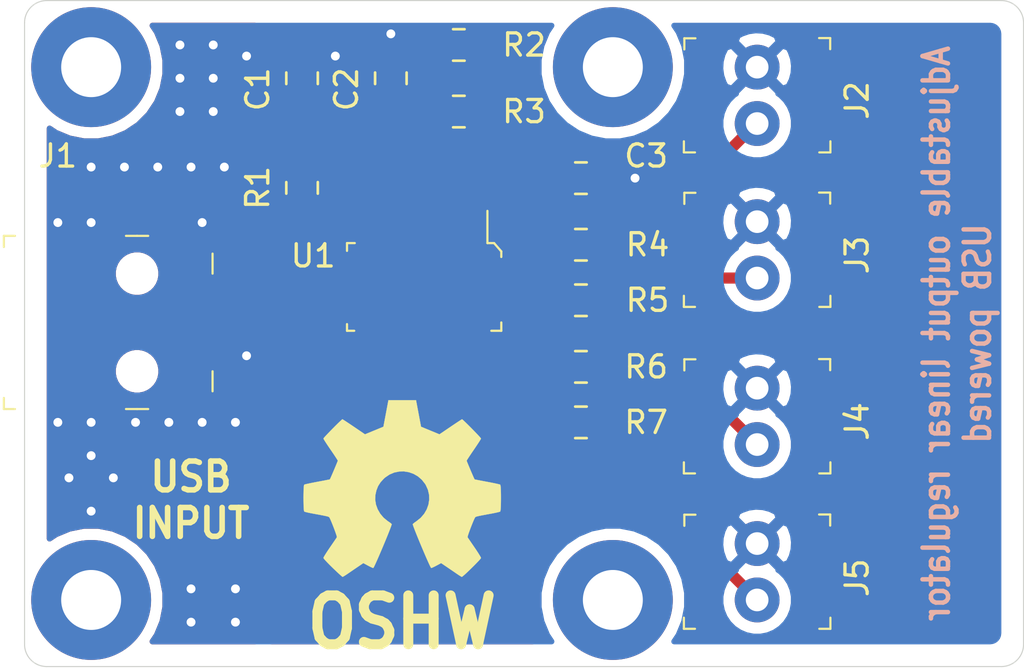
<source format=kicad_pcb>
(kicad_pcb (version 20171130) (host pcbnew "(5.1.4)-1")

  (general
    (thickness 1.6)
    (drawings 12)
    (tracks 69)
    (zones 0)
    (modules 21)
    (nets 13)
  )

  (page A4)
  (layers
    (0 F.Cu signal)
    (31 B.Cu signal)
    (32 B.Adhes user)
    (33 F.Adhes user)
    (34 B.Paste user)
    (35 F.Paste user)
    (36 B.SilkS user)
    (37 F.SilkS user)
    (38 B.Mask user)
    (39 F.Mask user)
    (40 Dwgs.User user)
    (41 Cmts.User user)
    (42 Eco1.User user)
    (43 Eco2.User user)
    (44 Edge.Cuts user)
    (45 Margin user)
    (46 B.CrtYd user)
    (47 F.CrtYd user)
    (48 B.Fab user hide)
    (49 F.Fab user hide)
  )

  (setup
    (last_trace_width 0.5)
    (user_trace_width 0.3)
    (user_trace_width 0.5)
    (trace_clearance 0.2)
    (zone_clearance 0.508)
    (zone_45_only no)
    (trace_min 0.254)
    (via_size 0.9)
    (via_drill 0.4)
    (via_min_size 0.9)
    (via_min_drill 0.4)
    (user_via 0.9 0.45)
    (uvia_size 0.3)
    (uvia_drill 0.1)
    (uvias_allowed no)
    (uvia_min_size 0.2)
    (uvia_min_drill 0.1)
    (edge_width 0.05)
    (segment_width 0.2)
    (pcb_text_width 0.3)
    (pcb_text_size 1.5 1.5)
    (mod_edge_width 0.12)
    (mod_text_size 1 1)
    (mod_text_width 0.15)
    (pad_size 1.524 1.524)
    (pad_drill 0.762)
    (pad_to_mask_clearance 0.051)
    (solder_mask_min_width 0.25)
    (aux_axis_origin 0 0)
    (visible_elements FFFFFF7F)
    (pcbplotparams
      (layerselection 0x010f0_ffffffff)
      (usegerberextensions false)
      (usegerberattributes false)
      (usegerberadvancedattributes false)
      (creategerberjobfile false)
      (excludeedgelayer true)
      (linewidth 0.100000)
      (plotframeref false)
      (viasonmask true)
      (mode 1)
      (useauxorigin false)
      (hpglpennumber 1)
      (hpglpenspeed 20)
      (hpglpendiameter 15.000000)
      (psnegative false)
      (psa4output false)
      (plotreference true)
      (plotvalue true)
      (plotinvisibletext false)
      (padsonsilk false)
      (subtractmaskfromsilk false)
      (outputformat 1)
      (mirror false)
      (drillshape 0)
      (scaleselection 1)
      (outputdirectory "FAB/"))
  )

  (net 0 "")
  (net 1 "Net-(C1-Pad1)")
  (net 2 GND)
  (net 3 VCC)
  (net 4 "Net-(J1-Pad1)")
  (net 5 "Net-(J1-Pad2)")
  (net 6 "Net-(J1-Pad3)")
  (net 7 "Net-(J1-Pad4)")
  (net 8 "Net-(J2-Pad1)")
  (net 9 "Net-(J3-Pad1)")
  (net 10 "Net-(J4-Pad1)")
  (net 11 "Net-(J5-Pad1)")
  (net 12 "Net-(R2-Pad1)")

  (net_class Default "This is the default net class."
    (clearance 0.2)
    (trace_width 0.254)
    (via_dia 0.9)
    (via_drill 0.4)
    (uvia_dia 0.3)
    (uvia_drill 0.1)
    (diff_pair_width 0.254)
    (diff_pair_gap 0.25)
    (add_net GND)
    (add_net "Net-(C1-Pad1)")
    (add_net "Net-(J1-Pad1)")
    (add_net "Net-(J1-Pad2)")
    (add_net "Net-(J1-Pad3)")
    (add_net "Net-(J1-Pad4)")
    (add_net "Net-(J2-Pad1)")
    (add_net "Net-(J3-Pad1)")
    (add_net "Net-(J4-Pad1)")
    (add_net "Net-(J5-Pad1)")
    (add_net "Net-(R2-Pad1)")
    (add_net VCC)
  )

  (module Symbol:OSHW-Symbol_8.9x8mm_SilkScreen (layer F.Cu) (tedit 0) (tstamp 5DB48AC2)
    (at 132 112)
    (descr "Open Source Hardware Symbol")
    (tags "Logo Symbol OSHW")
    (attr virtual)
    (fp_text reference REF** (at 0 0) (layer F.SilkS) hide
      (effects (font (size 1 1) (thickness 0.15)))
    )
    (fp_text value OSHW-Symbol_8.9x8mm_SilkScreen (at 0.75 0) (layer F.Fab) hide
      (effects (font (size 1 1) (thickness 0.15)))
    )
    (fp_poly (pts (xy 0.746536 -3.399573) (xy 0.859118 -2.802382) (xy 1.274531 -2.631135) (xy 1.689945 -2.459888)
      (xy 2.188302 -2.798767) (xy 2.327869 -2.893123) (xy 2.454029 -2.97737) (xy 2.560896 -3.047662)
      (xy 2.642583 -3.100153) (xy 2.693202 -3.130996) (xy 2.706987 -3.137647) (xy 2.731821 -3.120542)
      (xy 2.784889 -3.073256) (xy 2.860241 -3.001828) (xy 2.95193 -2.9123) (xy 3.054008 -2.810711)
      (xy 3.160527 -2.703102) (xy 3.265537 -2.595513) (xy 3.363092 -2.493985) (xy 3.447243 -2.404559)
      (xy 3.512041 -2.333274) (xy 3.551538 -2.286172) (xy 3.560981 -2.270408) (xy 3.547392 -2.241347)
      (xy 3.509294 -2.177679) (xy 3.450694 -2.085633) (xy 3.375598 -1.971436) (xy 3.288009 -1.841316)
      (xy 3.237255 -1.767099) (xy 3.144746 -1.631578) (xy 3.062541 -1.509284) (xy 2.994631 -1.406305)
      (xy 2.945001 -1.328727) (xy 2.917641 -1.282639) (xy 2.91353 -1.272953) (xy 2.92285 -1.245426)
      (xy 2.948255 -1.181272) (xy 2.985912 -1.08951) (xy 3.031987 -0.979161) (xy 3.082647 -0.859245)
      (xy 3.13406 -0.738781) (xy 3.18239 -0.626791) (xy 3.223807 -0.532293) (xy 3.254475 -0.464308)
      (xy 3.270562 -0.431857) (xy 3.271512 -0.43058) (xy 3.296773 -0.424383) (xy 3.364046 -0.41056)
      (xy 3.466361 -0.390468) (xy 3.596742 -0.365466) (xy 3.748217 -0.336914) (xy 3.836594 -0.320449)
      (xy 3.998453 -0.289631) (xy 4.14465 -0.260306) (xy 4.267788 -0.234079) (xy 4.36047 -0.212554)
      (xy 4.415302 -0.197335) (xy 4.426324 -0.192507) (xy 4.437119 -0.159826) (xy 4.44583 -0.086015)
      (xy 4.452461 0.020292) (xy 4.457019 0.150467) (xy 4.45951 0.295876) (xy 4.459939 0.44789)
      (xy 4.458312 0.597877) (xy 4.454636 0.737206) (xy 4.448916 0.857245) (xy 4.441158 0.949365)
      (xy 4.431369 1.004932) (xy 4.425497 1.0165) (xy 4.3904 1.030365) (xy 4.316029 1.050188)
      (xy 4.212224 1.073639) (xy 4.08882 1.098391) (xy 4.045742 1.106398) (xy 3.838048 1.144441)
      (xy 3.673985 1.175079) (xy 3.548131 1.199529) (xy 3.455066 1.219009) (xy 3.389368 1.234736)
      (xy 3.345618 1.247928) (xy 3.318393 1.259804) (xy 3.302273 1.27158) (xy 3.300018 1.273908)
      (xy 3.277504 1.3114) (xy 3.243159 1.384365) (xy 3.200412 1.483867) (xy 3.152693 1.600973)
      (xy 3.103431 1.726748) (xy 3.056056 1.852257) (xy 3.013996 1.968565) (xy 2.980681 2.066739)
      (xy 2.959542 2.137843) (xy 2.954006 2.172942) (xy 2.954467 2.174172) (xy 2.973224 2.202861)
      (xy 3.015777 2.265985) (xy 3.077654 2.356973) (xy 3.154383 2.469255) (xy 3.241492 2.59626)
      (xy 3.266299 2.632353) (xy 3.354753 2.763203) (xy 3.432589 2.882591) (xy 3.495567 2.983662)
      (xy 3.539446 3.059559) (xy 3.559986 3.103427) (xy 3.560981 3.108817) (xy 3.543723 3.137144)
      (xy 3.496036 3.193261) (xy 3.424051 3.271137) (xy 3.333898 3.36474) (xy 3.231706 3.468041)
      (xy 3.123606 3.575006) (xy 3.015729 3.679606) (xy 2.914205 3.775809) (xy 2.825163 3.857584)
      (xy 2.754734 3.9189) (xy 2.709048 3.953726) (xy 2.69641 3.959412) (xy 2.666992 3.94602)
      (xy 2.606762 3.909899) (xy 2.52553 3.857136) (xy 2.463031 3.814667) (xy 2.349786 3.73674)
      (xy 2.215675 3.644984) (xy 2.081156 3.553375) (xy 2.008834 3.504346) (xy 1.764039 3.33877)
      (xy 1.558551 3.449875) (xy 1.464937 3.498548) (xy 1.385331 3.536381) (xy 1.331468 3.557958)
      (xy 1.317758 3.560961) (xy 1.301271 3.538793) (xy 1.268746 3.476149) (xy 1.222609 3.378809)
      (xy 1.165291 3.252549) (xy 1.099217 3.10315) (xy 1.026816 2.936388) (xy 0.950517 2.758042)
      (xy 0.872747 2.573891) (xy 0.795935 2.389712) (xy 0.722507 2.211285) (xy 0.654893 2.044387)
      (xy 0.595521 1.894797) (xy 0.546817 1.768293) (xy 0.511211 1.670654) (xy 0.491131 1.607657)
      (xy 0.487901 1.586021) (xy 0.513497 1.558424) (xy 0.569539 1.513625) (xy 0.644312 1.460934)
      (xy 0.650588 1.456765) (xy 0.843846 1.302069) (xy 0.999675 1.121591) (xy 1.116725 0.921102)
      (xy 1.193646 0.706374) (xy 1.229087 0.483177) (xy 1.221698 0.257281) (xy 1.170128 0.034459)
      (xy 1.073027 -0.179521) (xy 1.044459 -0.226336) (xy 0.895869 -0.415382) (xy 0.720328 -0.567188)
      (xy 0.523911 -0.680966) (xy 0.312694 -0.755925) (xy 0.092754 -0.791278) (xy -0.129836 -0.786233)
      (xy -0.348998 -0.740001) (xy -0.558657 -0.651794) (xy -0.752738 -0.520821) (xy -0.812773 -0.467663)
      (xy -0.965564 -0.301261) (xy -1.076902 -0.126088) (xy -1.153276 0.070266) (xy -1.195812 0.264717)
      (xy -1.206313 0.483342) (xy -1.171299 0.703052) (xy -1.094326 0.91642) (xy -0.978952 1.116022)
      (xy -0.828734 1.294429) (xy -0.647226 1.444217) (xy -0.623372 1.460006) (xy -0.547798 1.511712)
      (xy -0.490348 1.556512) (xy -0.462882 1.585117) (xy -0.462482 1.586021) (xy -0.468379 1.616964)
      (xy -0.491754 1.687191) (xy -0.530178 1.790925) (xy -0.581222 1.92239) (xy -0.642457 2.075807)
      (xy -0.711455 2.245401) (xy -0.785786 2.425393) (xy -0.863021 2.610008) (xy -0.940731 2.793468)
      (xy -1.016488 2.969996) (xy -1.087862 3.133814) (xy -1.152425 3.279147) (xy -1.207747 3.400217)
      (xy -1.251399 3.491247) (xy -1.280953 3.54646) (xy -1.292855 3.560961) (xy -1.329222 3.549669)
      (xy -1.397269 3.519385) (xy -1.485263 3.47552) (xy -1.533649 3.449875) (xy -1.739136 3.33877)
      (xy -1.983931 3.504346) (xy -2.108893 3.58917) (xy -2.245704 3.682516) (xy -2.373911 3.770408)
      (xy -2.438128 3.814667) (xy -2.528448 3.875318) (xy -2.604928 3.923381) (xy -2.657592 3.95277)
      (xy -2.674697 3.958982) (xy -2.699594 3.942223) (xy -2.754694 3.895436) (xy -2.834656 3.82348)
      (xy -2.934139 3.731212) (xy -3.047799 3.62349) (xy -3.119684 3.554326) (xy -3.245448 3.430757)
      (xy -3.354136 3.320234) (xy -3.441354 3.227485) (xy -3.50271 3.157237) (xy -3.533808 3.11422)
      (xy -3.536791 3.10549) (xy -3.522946 3.072284) (xy -3.484687 3.005142) (xy -3.426258 2.910863)
      (xy -3.351902 2.796245) (xy -3.265864 2.668083) (xy -3.241397 2.632353) (xy -3.152245 2.502489)
      (xy -3.072261 2.385569) (xy -3.005919 2.288162) (xy -2.957688 2.216839) (xy -2.932042 2.17817)
      (xy -2.929564 2.174172) (xy -2.93327 2.143355) (xy -2.952938 2.075599) (xy -2.985139 1.979839)
      (xy -3.026444 1.865009) (xy -3.073424 1.740044) (xy -3.12265 1.613879) (xy -3.170691 1.495448)
      (xy -3.214118 1.393685) (xy -3.249503 1.317526) (xy -3.273415 1.275904) (xy -3.275115 1.273908)
      (xy -3.289737 1.262013) (xy -3.314434 1.25025) (xy -3.354627 1.237401) (xy -3.415736 1.222249)
      (xy -3.503182 1.203576) (xy -3.622387 1.180165) (xy -3.778772 1.150797) (xy -3.977756 1.114255)
      (xy -4.020839 1.106398) (xy -4.148529 1.081727) (xy -4.259846 1.057593) (xy -4.344954 1.036324)
      (xy -4.394016 1.020248) (xy -4.400594 1.0165) (xy -4.411435 0.983273) (xy -4.420246 0.909021)
      (xy -4.427023 0.802376) (xy -4.431759 0.671967) (xy -4.434449 0.526427) (xy -4.435086 0.374386)
      (xy -4.433665 0.224476) (xy -4.430179 0.085328) (xy -4.424623 -0.034428) (xy -4.416991 -0.126159)
      (xy -4.407277 -0.181234) (xy -4.401421 -0.192507) (xy -4.368819 -0.203877) (xy -4.294581 -0.222376)
      (xy -4.186103 -0.246398) (xy -4.050782 -0.274338) (xy -3.896014 -0.304592) (xy -3.811692 -0.320449)
      (xy -3.651703 -0.350356) (xy -3.509032 -0.37745) (xy -3.390651 -0.400369) (xy -3.303534 -0.417757)
      (xy -3.254654 -0.428253) (xy -3.246609 -0.43058) (xy -3.233012 -0.456814) (xy -3.20427 -0.520005)
      (xy -3.164214 -0.611123) (xy -3.116675 -0.721143) (xy -3.065484 -0.841035) (xy -3.014473 -0.961773)
      (xy -2.967473 -1.074329) (xy -2.928315 -1.169674) (xy -2.90083 -1.238783) (xy -2.88885 -1.272626)
      (xy -2.888627 -1.274105) (xy -2.902208 -1.300803) (xy -2.940284 -1.36224) (xy -2.998852 -1.452311)
      (xy -3.073911 -1.56491) (xy -3.161459 -1.69393) (xy -3.212352 -1.768039) (xy -3.30509 -1.903923)
      (xy -3.387458 -2.027291) (xy -3.455438 -2.131903) (xy -3.505011 -2.211517) (xy -3.532157 -2.259893)
      (xy -3.536078 -2.270738) (xy -3.519224 -2.29598) (xy -3.472631 -2.349876) (xy -3.402251 -2.426387)
      (xy -3.314034 -2.519477) (xy -3.213934 -2.623105) (xy -3.107901 -2.731236) (xy -3.001888 -2.83783)
      (xy -2.901847 -2.93685) (xy -2.813729 -3.022258) (xy -2.743486 -3.088015) (xy -2.697071 -3.128084)
      (xy -2.681543 -3.137647) (xy -2.65626 -3.1242) (xy -2.595788 -3.086425) (xy -2.506007 -3.028165)
      (xy -2.392796 -2.953266) (xy -2.262036 -2.865575) (xy -2.1634 -2.798767) (xy -1.665042 -2.459888)
      (xy -1.249629 -2.631135) (xy -0.834215 -2.802382) (xy -0.721633 -3.399573) (xy -0.60905 -3.996765)
      (xy 0.633953 -3.996765) (xy 0.746536 -3.399573)) (layer F.SilkS) (width 0.01))
  )

  (module MountingHole:MountingHole_2.7mm_M2.5_Pad (layer F.Cu) (tedit 56D1B4CB) (tstamp 5DB4978F)
    (at 141.5 93)
    (descr "Mounting Hole 2.7mm, M2.5")
    (tags "mounting hole 2.7mm m2.5")
    (attr virtual)
    (fp_text reference REF** (at 0 -3.7) (layer F.SilkS) hide
      (effects (font (size 1 1) (thickness 0.15)))
    )
    (fp_text value MountingHole_2.7mm_M2.5_Pad (at 0 3.7) (layer F.Fab)
      (effects (font (size 1 1) (thickness 0.15)))
    )
    (fp_text user %R (at 0.3 0) (layer F.Fab)
      (effects (font (size 1 1) (thickness 0.15)))
    )
    (fp_circle (center 0 0) (end 2.7 0) (layer Cmts.User) (width 0.15))
    (fp_circle (center 0 0) (end 2.95 0) (layer F.CrtYd) (width 0.05))
    (pad 1 thru_hole circle (at 0 0) (size 5.4 5.4) (drill 2.7) (layers *.Cu *.Mask))
  )

  (module MountingHole:MountingHole_2.7mm_M2.5_Pad (layer F.Cu) (tedit 56D1B4CB) (tstamp 5DB48AF5)
    (at 141.5 117)
    (descr "Mounting Hole 2.7mm, M2.5")
    (tags "mounting hole 2.7mm m2.5")
    (attr virtual)
    (fp_text reference REF** (at 0 -3.7) (layer F.SilkS) hide
      (effects (font (size 1 1) (thickness 0.15)))
    )
    (fp_text value MountingHole_2.7mm_M2.5_Pad (at 0 3.7) (layer F.Fab)
      (effects (font (size 1 1) (thickness 0.15)))
    )
    (fp_circle (center 0 0) (end 2.95 0) (layer F.CrtYd) (width 0.05))
    (fp_circle (center 0 0) (end 2.7 0) (layer Cmts.User) (width 0.15))
    (fp_text user %R (at 0.3 0) (layer F.Fab)
      (effects (font (size 1 1) (thickness 0.15)))
    )
    (pad 1 thru_hole circle (at 0 0) (size 5.4 5.4) (drill 2.7) (layers *.Cu *.Mask))
  )

  (module MountingHole:MountingHole_2.7mm_M2.5_Pad (layer F.Cu) (tedit 56D1B4CB) (tstamp 5DB48AE7)
    (at 118 117)
    (descr "Mounting Hole 2.7mm, M2.5")
    (tags "mounting hole 2.7mm m2.5")
    (attr virtual)
    (fp_text reference REF** (at 0 -3.7) (layer F.SilkS) hide
      (effects (font (size 1 1) (thickness 0.15)))
    )
    (fp_text value MountingHole_2.7mm_M2.5_Pad (at 0 3.7) (layer F.Fab)
      (effects (font (size 1 1) (thickness 0.15)))
    )
    (fp_text user %R (at 0.3 0) (layer F.Fab)
      (effects (font (size 1 1) (thickness 0.15)))
    )
    (fp_circle (center 0 0) (end 2.7 0) (layer Cmts.User) (width 0.15))
    (fp_circle (center 0 0) (end 2.95 0) (layer F.CrtYd) (width 0.05))
    (pad 1 thru_hole circle (at 0 0) (size 5.4 5.4) (drill 2.7) (layers *.Cu *.Mask))
  )

  (module MountingHole:MountingHole_2.7mm_M2.5_Pad (layer F.Cu) (tedit 56D1B4CB) (tstamp 5DB495CF)
    (at 118 93)
    (descr "Mounting Hole 2.7mm, M2.5")
    (tags "mounting hole 2.7mm m2.5")
    (attr virtual)
    (fp_text reference REF** (at 0 -3.7) (layer F.SilkS) hide
      (effects (font (size 1 1) (thickness 0.15)))
    )
    (fp_text value MountingHole_2.7mm_M2.5_Pad (at 0 3.7) (layer F.Fab)
      (effects (font (size 1 1) (thickness 0.15)))
    )
    (fp_circle (center 0 0) (end 2.95 0) (layer F.CrtYd) (width 0.05))
    (fp_circle (center 0 0) (end 2.7 0) (layer Cmts.User) (width 0.15))
    (fp_text user %R (at 0.3 0) (layer F.Fab)
      (effects (font (size 1 1) (thickness 0.15)))
    )
    (pad 1 thru_hole circle (at 0 0) (size 5.4 5.4) (drill 2.7) (layers *.Cu *.Mask))
  )

  (module Capacitor_SMD:C_0805_2012Metric (layer F.Cu) (tedit 5B36C52B) (tstamp 5DB486A2)
    (at 127.5 93.5 90)
    (descr "Capacitor SMD 0805 (2012 Metric), square (rectangular) end terminal, IPC_7351 nominal, (Body size source: https://docs.google.com/spreadsheets/d/1BsfQQcO9C6DZCsRaXUlFlo91Tg2WpOkGARC1WS5S8t0/edit?usp=sharing), generated with kicad-footprint-generator")
    (tags capacitor)
    (path /5DD610CF)
    (attr smd)
    (fp_text reference C1 (at -0.5 -2 90) (layer F.SilkS)
      (effects (font (size 1 1) (thickness 0.15)))
    )
    (fp_text value "10uF | 0805" (at 0 1.65 90) (layer F.Fab)
      (effects (font (size 1 1) (thickness 0.15)))
    )
    (fp_line (start -1 0.6) (end -1 -0.6) (layer F.Fab) (width 0.1))
    (fp_line (start -1 -0.6) (end 1 -0.6) (layer F.Fab) (width 0.1))
    (fp_line (start 1 -0.6) (end 1 0.6) (layer F.Fab) (width 0.1))
    (fp_line (start 1 0.6) (end -1 0.6) (layer F.Fab) (width 0.1))
    (fp_line (start -0.258578 -0.71) (end 0.258578 -0.71) (layer F.SilkS) (width 0.12))
    (fp_line (start -0.258578 0.71) (end 0.258578 0.71) (layer F.SilkS) (width 0.12))
    (fp_line (start -1.68 0.95) (end -1.68 -0.95) (layer F.CrtYd) (width 0.05))
    (fp_line (start -1.68 -0.95) (end 1.68 -0.95) (layer F.CrtYd) (width 0.05))
    (fp_line (start 1.68 -0.95) (end 1.68 0.95) (layer F.CrtYd) (width 0.05))
    (fp_line (start 1.68 0.95) (end -1.68 0.95) (layer F.CrtYd) (width 0.05))
    (fp_text user %R (at 0 0 90) (layer F.Fab)
      (effects (font (size 0.5 0.5) (thickness 0.08)))
    )
    (pad 1 smd roundrect (at -0.9375 0 90) (size 0.975 1.4) (layers F.Cu F.Paste F.Mask) (roundrect_rratio 0.25)
      (net 1 "Net-(C1-Pad1)"))
    (pad 2 smd roundrect (at 0.9375 0 90) (size 0.975 1.4) (layers F.Cu F.Paste F.Mask) (roundrect_rratio 0.25)
      (net 2 GND))
    (model ${KISYS3DMOD}/Capacitor_SMD.3dshapes/C_0805_2012Metric.wrl
      (at (xyz 0 0 0))
      (scale (xyz 1 1 1))
      (rotate (xyz 0 0 0))
    )
  )

  (module Capacitor_SMD:C_0805_2012Metric (layer F.Cu) (tedit 5B36C52B) (tstamp 5DB486B3)
    (at 131.5 93.5 90)
    (descr "Capacitor SMD 0805 (2012 Metric), square (rectangular) end terminal, IPC_7351 nominal, (Body size source: https://docs.google.com/spreadsheets/d/1BsfQQcO9C6DZCsRaXUlFlo91Tg2WpOkGARC1WS5S8t0/edit?usp=sharing), generated with kicad-footprint-generator")
    (tags capacitor)
    (path /5DD63C15)
    (attr smd)
    (fp_text reference C2 (at -0.5 -2 90) (layer F.SilkS)
      (effects (font (size 1 1) (thickness 0.15)))
    )
    (fp_text value "10uF | 0805" (at 0 1.65 90) (layer F.Fab)
      (effects (font (size 1 1) (thickness 0.15)))
    )
    (fp_text user %R (at 0 0 90) (layer F.Fab)
      (effects (font (size 0.5 0.5) (thickness 0.08)))
    )
    (fp_line (start 1.68 0.95) (end -1.68 0.95) (layer F.CrtYd) (width 0.05))
    (fp_line (start 1.68 -0.95) (end 1.68 0.95) (layer F.CrtYd) (width 0.05))
    (fp_line (start -1.68 -0.95) (end 1.68 -0.95) (layer F.CrtYd) (width 0.05))
    (fp_line (start -1.68 0.95) (end -1.68 -0.95) (layer F.CrtYd) (width 0.05))
    (fp_line (start -0.258578 0.71) (end 0.258578 0.71) (layer F.SilkS) (width 0.12))
    (fp_line (start -0.258578 -0.71) (end 0.258578 -0.71) (layer F.SilkS) (width 0.12))
    (fp_line (start 1 0.6) (end -1 0.6) (layer F.Fab) (width 0.1))
    (fp_line (start 1 -0.6) (end 1 0.6) (layer F.Fab) (width 0.1))
    (fp_line (start -1 -0.6) (end 1 -0.6) (layer F.Fab) (width 0.1))
    (fp_line (start -1 0.6) (end -1 -0.6) (layer F.Fab) (width 0.1))
    (pad 2 smd roundrect (at 0.9375 0 90) (size 0.975 1.4) (layers F.Cu F.Paste F.Mask) (roundrect_rratio 0.25)
      (net 2 GND))
    (pad 1 smd roundrect (at -0.9375 0 90) (size 0.975 1.4) (layers F.Cu F.Paste F.Mask) (roundrect_rratio 0.25)
      (net 3 VCC))
    (model ${KISYS3DMOD}/Capacitor_SMD.3dshapes/C_0805_2012Metric.wrl
      (at (xyz 0 0 0))
      (scale (xyz 1 1 1))
      (rotate (xyz 0 0 0))
    )
  )

  (module digikey-footprints:USB_Mini_B_Female_690-005-299-043 (layer F.Cu) (tedit 5D28ADF9) (tstamp 5DB486D5)
    (at 120.069001 104.5)
    (descr http://files.edac.net/USB_Mini_B_Female_690-005-299-043.pdf)
    (path /5DD5004C)
    (attr smd)
    (fp_text reference J1 (at -3.569001 -7.5) (layer F.SilkS)
      (effects (font (size 1 1) (thickness 0.15)))
    )
    (fp_text value 690-005-299-043 (at 0.08 9.44) (layer F.Fab)
      (effects (font (size 1 1) (thickness 0.15)))
    )
    (fp_line (start -6.15 -5.7) (end -6.15 5.7) (layer F.CrtYd) (width 0.05))
    (fp_line (start -6.15 5.7) (end 4.25 5.7) (layer F.CrtYd) (width 0.05))
    (fp_line (start 4.25 5.7) (end 4.25 -5.7) (layer F.CrtYd) (width 0.05))
    (fp_line (start 4.25 -5.7) (end -6.15 -5.7) (layer F.CrtYd) (width 0.05))
    (fp_text user %R (at -1.3 0) (layer F.Fab)
      (effects (font (size 1 1) (thickness 0.15)))
    )
    (fp_line (start 0 -3.9) (end 0.5 -3.9) (layer F.SilkS) (width 0.1))
    (fp_line (start 0 -3.9) (end -0.5 -3.9) (layer F.SilkS) (width 0.1))
    (fp_line (start 3.4 -2.2) (end 3.4 -3.1) (layer F.SilkS) (width 0.1))
    (fp_line (start 3.4 2.2) (end 3.4 3.1) (layer F.SilkS) (width 0.1))
    (fp_line (start 0 3.9) (end 0.5 3.9) (layer F.SilkS) (width 0.1))
    (fp_line (start 0 3.9) (end -0.5 3.9) (layer F.SilkS) (width 0.1))
    (fp_line (start -6 3.9) (end -6 3.4) (layer F.SilkS) (width 0.1))
    (fp_line (start -6 3.9) (end -5.5 3.9) (layer F.SilkS) (width 0.1))
    (fp_line (start -6 -3.9) (end -6 -3.4) (layer F.SilkS) (width 0.1))
    (fp_line (start -6 -3.9) (end -5.5 -3.9) (layer F.SilkS) (width 0.1))
    (fp_line (start -5.9 3.75) (end -5.9 -3.75) (layer F.Fab) (width 0.1))
    (fp_line (start 3.3 -3.75) (end 3.3 3.75) (layer F.Fab) (width 0.1))
    (fp_line (start 3.3 3.75) (end -5.9 3.75) (layer F.Fab) (width 0.1))
    (fp_line (start 3.3 -3.75) (end -5.9 -3.75) (layer F.Fab) (width 0.1))
    (pad SH smd rect (at -2.75 4.45) (size 2.5 2) (layers F.Cu F.Paste F.Mask)
      (net 2 GND))
    (pad SH smd rect (at -2.75 -4.45) (size 2.5 2) (layers F.Cu F.Paste F.Mask)
      (net 2 GND))
    (pad SH smd rect (at 2.75 -4.45) (size 2.5 2) (layers F.Cu F.Paste F.Mask)
      (net 2 GND))
    (pad SH smd rect (at 2.75 4.45) (size 2.5 2) (layers F.Cu F.Paste F.Mask)
      (net 2 GND))
    (pad 1 smd rect (at 2.85 -1.6) (size 2.3 0.5) (layers F.Cu F.Paste F.Mask)
      (net 4 "Net-(J1-Pad1)"))
    (pad 2 smd rect (at 2.85 -0.8) (size 2.3 0.5) (layers F.Cu F.Paste F.Mask)
      (net 5 "Net-(J1-Pad2)"))
    (pad 3 smd rect (at 2.85 0) (size 2.3 0.5) (layers F.Cu F.Paste F.Mask)
      (net 6 "Net-(J1-Pad3)"))
    (pad 4 smd rect (at 2.85 0.8) (size 2.3 0.5) (layers F.Cu F.Paste F.Mask)
      (net 7 "Net-(J1-Pad4)"))
    (pad 5 smd rect (at 2.85 1.6) (size 2.3 0.5) (layers F.Cu F.Paste F.Mask)
      (net 2 GND))
    (pad "" np_thru_hole circle (at 0 2.2) (size 0.9 0.9) (drill 0.9) (layers *.Cu *.Mask))
    (pad "" np_thru_hole circle (at 0 -2.2) (size 0.9 0.9) (drill 0.9) (layers *.Cu *.Mask))
  )

  (module digikey-footprints:PinHeader_1x2_P2.54mm_Drill1.02mm (layer F.Cu) (tedit 5A4BC55F) (tstamp 5DB486EC)
    (at 148 95.54 90)
    (descr http://www.molex.com/pdm_docs/sd/022232031_sd.pdf)
    (path /5DD128B2)
    (fp_text reference J2 (at 1.04 4.5 90) (layer F.SilkS)
      (effects (font (size 1 1) (thickness 0.15)))
    )
    (fp_text value 22-23-2021 (at 1.23 4.72 90) (layer F.Fab)
      (effects (font (size 1 1) (thickness 0.15)))
    )
    (fp_text user %R (at 1.04 0 90) (layer F.Fab)
      (effects (font (size 1 1) (thickness 0.15)))
    )
    (fp_line (start 3.98 3.42) (end -1.45 3.42) (layer F.CrtYd) (width 0.05))
    (fp_line (start -1.45 -3.42) (end -1.45 3.42) (layer F.CrtYd) (width 0.05))
    (fp_line (start 3.98 -3.42) (end 3.98 3.42) (layer F.CrtYd) (width 0.05))
    (fp_line (start 3.98 -3.42) (end -1.45 -3.42) (layer F.CrtYd) (width 0.05))
    (fp_line (start 3.84 -3.28) (end 3.84 -2.78) (layer F.SilkS) (width 0.1))
    (fp_line (start 3.84 -3.28) (end 3.34 -3.28) (layer F.SilkS) (width 0.1))
    (fp_line (start -1.3 -3.3) (end -1.3 -2.8) (layer F.SilkS) (width 0.1))
    (fp_line (start -1.3 -3.3) (end -0.8 -3.3) (layer F.SilkS) (width 0.1))
    (fp_line (start -1.3 3.3) (end -1.3 2.8) (layer F.SilkS) (width 0.1))
    (fp_line (start -1.3 3.3) (end -0.8 3.3) (layer F.SilkS) (width 0.1))
    (fp_line (start 3.85 3.29) (end 3.85 2.79) (layer F.SilkS) (width 0.1))
    (fp_line (start 3.85 3.29) (end 3.35 3.29) (layer F.SilkS) (width 0.1))
    (fp_line (start -1.2 3.17) (end 3.73 3.17) (layer F.Fab) (width 0.1))
    (fp_line (start 3.73 -3.17) (end 3.73 3.17) (layer F.Fab) (width 0.1))
    (fp_line (start -1.2 -3.17) (end -1.2 3.17) (layer F.Fab) (width 0.1))
    (fp_line (start -1.2 -3.17) (end 3.73 -3.17) (layer F.Fab) (width 0.1))
    (pad 1 thru_hole circle (at 0 0 90) (size 2.02 2.02) (drill 1.02) (layers *.Cu *.Mask)
      (net 8 "Net-(J2-Pad1)"))
    (pad 2 thru_hole circle (at 2.54 0 90) (size 2.02 2.02) (drill 1.02) (layers *.Cu *.Mask)
      (net 2 GND))
  )

  (module digikey-footprints:PinHeader_1x2_P2.54mm_Drill1.02mm (layer F.Cu) (tedit 5A4BC55F) (tstamp 5DB48703)
    (at 148 102.5 90)
    (descr http://www.molex.com/pdm_docs/sd/022232031_sd.pdf)
    (path /5DD2FC58)
    (fp_text reference J3 (at 1.04 4.5 90) (layer F.SilkS)
      (effects (font (size 1 1) (thickness 0.15)))
    )
    (fp_text value 22-23-2021 (at 1.23 4.72 90) (layer F.Fab)
      (effects (font (size 1 1) (thickness 0.15)))
    )
    (fp_line (start -1.2 -3.17) (end 3.73 -3.17) (layer F.Fab) (width 0.1))
    (fp_line (start -1.2 -3.17) (end -1.2 3.17) (layer F.Fab) (width 0.1))
    (fp_line (start 3.73 -3.17) (end 3.73 3.17) (layer F.Fab) (width 0.1))
    (fp_line (start -1.2 3.17) (end 3.73 3.17) (layer F.Fab) (width 0.1))
    (fp_line (start 3.85 3.29) (end 3.35 3.29) (layer F.SilkS) (width 0.1))
    (fp_line (start 3.85 3.29) (end 3.85 2.79) (layer F.SilkS) (width 0.1))
    (fp_line (start -1.3 3.3) (end -0.8 3.3) (layer F.SilkS) (width 0.1))
    (fp_line (start -1.3 3.3) (end -1.3 2.8) (layer F.SilkS) (width 0.1))
    (fp_line (start -1.3 -3.3) (end -0.8 -3.3) (layer F.SilkS) (width 0.1))
    (fp_line (start -1.3 -3.3) (end -1.3 -2.8) (layer F.SilkS) (width 0.1))
    (fp_line (start 3.84 -3.28) (end 3.34 -3.28) (layer F.SilkS) (width 0.1))
    (fp_line (start 3.84 -3.28) (end 3.84 -2.78) (layer F.SilkS) (width 0.1))
    (fp_line (start 3.98 -3.42) (end -1.45 -3.42) (layer F.CrtYd) (width 0.05))
    (fp_line (start 3.98 -3.42) (end 3.98 3.42) (layer F.CrtYd) (width 0.05))
    (fp_line (start -1.45 -3.42) (end -1.45 3.42) (layer F.CrtYd) (width 0.05))
    (fp_line (start 3.98 3.42) (end -1.45 3.42) (layer F.CrtYd) (width 0.05))
    (fp_text user %R (at 1.25 0.03 90) (layer F.Fab)
      (effects (font (size 1 1) (thickness 0.15)))
    )
    (pad 2 thru_hole circle (at 2.54 0 90) (size 2.02 2.02) (drill 1.02) (layers *.Cu *.Mask)
      (net 2 GND))
    (pad 1 thru_hole circle (at 0 0 90) (size 2.02 2.02) (drill 1.02) (layers *.Cu *.Mask)
      (net 9 "Net-(J3-Pad1)"))
  )

  (module digikey-footprints:PinHeader_1x2_P2.54mm_Drill1.02mm (layer F.Cu) (tedit 5A4BC55F) (tstamp 5DB498C3)
    (at 148 110 90)
    (descr http://www.molex.com/pdm_docs/sd/022232031_sd.pdf)
    (path /5DD447CA)
    (fp_text reference J4 (at 1.04 4.5 90) (layer F.SilkS)
      (effects (font (size 1 1) (thickness 0.15)))
    )
    (fp_text value 22-23-2021 (at 1.23 4.72 90) (layer F.Fab)
      (effects (font (size 1 1) (thickness 0.15)))
    )
    (fp_text user %R (at 1 0 90) (layer F.Fab)
      (effects (font (size 1 1) (thickness 0.15)))
    )
    (fp_line (start 3.98 3.42) (end -1.45 3.42) (layer F.CrtYd) (width 0.05))
    (fp_line (start -1.45 -3.42) (end -1.45 3.42) (layer F.CrtYd) (width 0.05))
    (fp_line (start 3.98 -3.42) (end 3.98 3.42) (layer F.CrtYd) (width 0.05))
    (fp_line (start 3.98 -3.42) (end -1.45 -3.42) (layer F.CrtYd) (width 0.05))
    (fp_line (start 3.84 -3.28) (end 3.84 -2.78) (layer F.SilkS) (width 0.1))
    (fp_line (start 3.84 -3.28) (end 3.34 -3.28) (layer F.SilkS) (width 0.1))
    (fp_line (start -1.3 -3.3) (end -1.3 -2.8) (layer F.SilkS) (width 0.1))
    (fp_line (start -1.3 -3.3) (end -0.8 -3.3) (layer F.SilkS) (width 0.1))
    (fp_line (start -1.3 3.3) (end -1.3 2.8) (layer F.SilkS) (width 0.1))
    (fp_line (start -1.3 3.3) (end -0.8 3.3) (layer F.SilkS) (width 0.1))
    (fp_line (start 3.85 3.29) (end 3.85 2.79) (layer F.SilkS) (width 0.1))
    (fp_line (start 3.85 3.29) (end 3.35 3.29) (layer F.SilkS) (width 0.1))
    (fp_line (start -1.2 3.17) (end 3.73 3.17) (layer F.Fab) (width 0.1))
    (fp_line (start 3.73 -3.17) (end 3.73 3.17) (layer F.Fab) (width 0.1))
    (fp_line (start -1.2 -3.17) (end -1.2 3.17) (layer F.Fab) (width 0.1))
    (fp_line (start -1.2 -3.17) (end 3.73 -3.17) (layer F.Fab) (width 0.1))
    (pad 1 thru_hole circle (at 0 0 90) (size 2.02 2.02) (drill 1.02) (layers *.Cu *.Mask)
      (net 10 "Net-(J4-Pad1)"))
    (pad 2 thru_hole circle (at 2.54 0 90) (size 2.02 2.02) (drill 1.02) (layers *.Cu *.Mask)
      (net 2 GND))
  )

  (module digikey-footprints:PinHeader_1x2_P2.54mm_Drill1.02mm (layer F.Cu) (tedit 5A4BC55F) (tstamp 5DB49881)
    (at 148 117 90)
    (descr http://www.molex.com/pdm_docs/sd/022232031_sd.pdf)
    (path /5DD44800)
    (fp_text reference J5 (at 1 4.5 90) (layer F.SilkS)
      (effects (font (size 1 1) (thickness 0.15)))
    )
    (fp_text value 22-23-2021 (at 1.23 4.72 90) (layer F.Fab)
      (effects (font (size 1 1) (thickness 0.15)))
    )
    (fp_line (start -1.2 -3.17) (end 3.73 -3.17) (layer F.Fab) (width 0.1))
    (fp_line (start -1.2 -3.17) (end -1.2 3.17) (layer F.Fab) (width 0.1))
    (fp_line (start 3.73 -3.17) (end 3.73 3.17) (layer F.Fab) (width 0.1))
    (fp_line (start -1.2 3.17) (end 3.73 3.17) (layer F.Fab) (width 0.1))
    (fp_line (start 3.85 3.29) (end 3.35 3.29) (layer F.SilkS) (width 0.1))
    (fp_line (start 3.85 3.29) (end 3.85 2.79) (layer F.SilkS) (width 0.1))
    (fp_line (start -1.3 3.3) (end -0.8 3.3) (layer F.SilkS) (width 0.1))
    (fp_line (start -1.3 3.3) (end -1.3 2.8) (layer F.SilkS) (width 0.1))
    (fp_line (start -1.3 -3.3) (end -0.8 -3.3) (layer F.SilkS) (width 0.1))
    (fp_line (start -1.3 -3.3) (end -1.3 -2.8) (layer F.SilkS) (width 0.1))
    (fp_line (start 3.84 -3.28) (end 3.34 -3.28) (layer F.SilkS) (width 0.1))
    (fp_line (start 3.84 -3.28) (end 3.84 -2.78) (layer F.SilkS) (width 0.1))
    (fp_line (start 3.98 -3.42) (end -1.45 -3.42) (layer F.CrtYd) (width 0.05))
    (fp_line (start 3.98 -3.42) (end 3.98 3.42) (layer F.CrtYd) (width 0.05))
    (fp_line (start -1.45 -3.42) (end -1.45 3.42) (layer F.CrtYd) (width 0.05))
    (fp_line (start 3.98 3.42) (end -1.45 3.42) (layer F.CrtYd) (width 0.05))
    (fp_text user %R (at 1.25 0.03 90) (layer F.Fab)
      (effects (font (size 1 1) (thickness 0.15)))
    )
    (pad 2 thru_hole circle (at 2.54 0 90) (size 2.02 2.02) (drill 1.02) (layers *.Cu *.Mask)
      (net 2 GND))
    (pad 1 thru_hole circle (at 0 0 90) (size 2.02 2.02) (drill 1.02) (layers *.Cu *.Mask)
      (net 11 "Net-(J5-Pad1)"))
  )

  (module Resistor_SMD:R_0805_2012Metric (layer F.Cu) (tedit 5B36C52B) (tstamp 5DB49021)
    (at 127.5 98.4375 270)
    (descr "Resistor SMD 0805 (2012 Metric), square (rectangular) end terminal, IPC_7351 nominal, (Body size source: https://docs.google.com/spreadsheets/d/1BsfQQcO9C6DZCsRaXUlFlo91Tg2WpOkGARC1WS5S8t0/edit?usp=sharing), generated with kicad-footprint-generator")
    (tags resistor)
    (path /5DD5F6B4)
    (attr smd)
    (fp_text reference R1 (at 0 2 90) (layer F.SilkS)
      (effects (font (size 1 1) (thickness 0.15)))
    )
    (fp_text value "10 | 0805" (at 0 1.65 90) (layer F.Fab)
      (effects (font (size 1 1) (thickness 0.15)))
    )
    (fp_line (start -1 0.6) (end -1 -0.6) (layer F.Fab) (width 0.1))
    (fp_line (start -1 -0.6) (end 1 -0.6) (layer F.Fab) (width 0.1))
    (fp_line (start 1 -0.6) (end 1 0.6) (layer F.Fab) (width 0.1))
    (fp_line (start 1 0.6) (end -1 0.6) (layer F.Fab) (width 0.1))
    (fp_line (start -0.258578 -0.71) (end 0.258578 -0.71) (layer F.SilkS) (width 0.12))
    (fp_line (start -0.258578 0.71) (end 0.258578 0.71) (layer F.SilkS) (width 0.12))
    (fp_line (start -1.68 0.95) (end -1.68 -0.95) (layer F.CrtYd) (width 0.05))
    (fp_line (start -1.68 -0.95) (end 1.68 -0.95) (layer F.CrtYd) (width 0.05))
    (fp_line (start 1.68 -0.95) (end 1.68 0.95) (layer F.CrtYd) (width 0.05))
    (fp_line (start 1.68 0.95) (end -1.68 0.95) (layer F.CrtYd) (width 0.05))
    (fp_text user %R (at 0 0 90) (layer F.Fab)
      (effects (font (size 0.5 0.5) (thickness 0.08)))
    )
    (pad 1 smd roundrect (at -0.9375 0 270) (size 0.975 1.4) (layers F.Cu F.Paste F.Mask) (roundrect_rratio 0.25)
      (net 1 "Net-(C1-Pad1)"))
    (pad 2 smd roundrect (at 0.9375 0 270) (size 0.975 1.4) (layers F.Cu F.Paste F.Mask) (roundrect_rratio 0.25)
      (net 4 "Net-(J1-Pad1)"))
    (model ${KISYS3DMOD}/Resistor_SMD.3dshapes/R_0805_2012Metric.wrl
      (at (xyz 0 0 0))
      (scale (xyz 1 1 1))
      (rotate (xyz 0 0 0))
    )
  )

  (module Resistor_SMD:R_0805_2012Metric (layer F.Cu) (tedit 5B36C52B) (tstamp 5DB48753)
    (at 134.5625 92 180)
    (descr "Resistor SMD 0805 (2012 Metric), square (rectangular) end terminal, IPC_7351 nominal, (Body size source: https://docs.google.com/spreadsheets/d/1BsfQQcO9C6DZCsRaXUlFlo91Tg2WpOkGARC1WS5S8t0/edit?usp=sharing), generated with kicad-footprint-generator")
    (tags resistor)
    (path /5DD5B6C4)
    (attr smd)
    (fp_text reference R2 (at -2.9375 0) (layer F.SilkS)
      (effects (font (size 1 1) (thickness 0.15)))
    )
    (fp_text value "100 | 0805" (at 0 1.65) (layer F.Fab)
      (effects (font (size 1 1) (thickness 0.15)))
    )
    (fp_text user %R (at 0 0) (layer F.Fab)
      (effects (font (size 0.5 0.5) (thickness 0.08)))
    )
    (fp_line (start 1.68 0.95) (end -1.68 0.95) (layer F.CrtYd) (width 0.05))
    (fp_line (start 1.68 -0.95) (end 1.68 0.95) (layer F.CrtYd) (width 0.05))
    (fp_line (start -1.68 -0.95) (end 1.68 -0.95) (layer F.CrtYd) (width 0.05))
    (fp_line (start -1.68 0.95) (end -1.68 -0.95) (layer F.CrtYd) (width 0.05))
    (fp_line (start -0.258578 0.71) (end 0.258578 0.71) (layer F.SilkS) (width 0.12))
    (fp_line (start -0.258578 -0.71) (end 0.258578 -0.71) (layer F.SilkS) (width 0.12))
    (fp_line (start 1 0.6) (end -1 0.6) (layer F.Fab) (width 0.1))
    (fp_line (start 1 -0.6) (end 1 0.6) (layer F.Fab) (width 0.1))
    (fp_line (start -1 -0.6) (end 1 -0.6) (layer F.Fab) (width 0.1))
    (fp_line (start -1 0.6) (end -1 -0.6) (layer F.Fab) (width 0.1))
    (pad 2 smd roundrect (at 0.9375 0 180) (size 0.975 1.4) (layers F.Cu F.Paste F.Mask) (roundrect_rratio 0.25)
      (net 2 GND))
    (pad 1 smd roundrect (at -0.9375 0 180) (size 0.975 1.4) (layers F.Cu F.Paste F.Mask) (roundrect_rratio 0.25)
      (net 12 "Net-(R2-Pad1)"))
    (model ${KISYS3DMOD}/Resistor_SMD.3dshapes/R_0805_2012Metric.wrl
      (at (xyz 0 0 0))
      (scale (xyz 1 1 1))
      (rotate (xyz 0 0 0))
    )
  )

  (module Resistor_SMD:R_0805_2012Metric (layer F.Cu) (tedit 5B36C52B) (tstamp 5DB48764)
    (at 134.5625 95)
    (descr "Resistor SMD 0805 (2012 Metric), square (rectangular) end terminal, IPC_7351 nominal, (Body size source: https://docs.google.com/spreadsheets/d/1BsfQQcO9C6DZCsRaXUlFlo91Tg2WpOkGARC1WS5S8t0/edit?usp=sharing), generated with kicad-footprint-generator")
    (tags resistor)
    (path /5DD5773E)
    (attr smd)
    (fp_text reference R3 (at 2.9375 0) (layer F.SilkS)
      (effects (font (size 1 1) (thickness 0.15)))
    )
    (fp_text value "499 | 0805" (at 0 1.65) (layer F.Fab)
      (effects (font (size 1 1) (thickness 0.15)))
    )
    (fp_line (start -1 0.6) (end -1 -0.6) (layer F.Fab) (width 0.1))
    (fp_line (start -1 -0.6) (end 1 -0.6) (layer F.Fab) (width 0.1))
    (fp_line (start 1 -0.6) (end 1 0.6) (layer F.Fab) (width 0.1))
    (fp_line (start 1 0.6) (end -1 0.6) (layer F.Fab) (width 0.1))
    (fp_line (start -0.258578 -0.71) (end 0.258578 -0.71) (layer F.SilkS) (width 0.12))
    (fp_line (start -0.258578 0.71) (end 0.258578 0.71) (layer F.SilkS) (width 0.12))
    (fp_line (start -1.68 0.95) (end -1.68 -0.95) (layer F.CrtYd) (width 0.05))
    (fp_line (start -1.68 -0.95) (end 1.68 -0.95) (layer F.CrtYd) (width 0.05))
    (fp_line (start 1.68 -0.95) (end 1.68 0.95) (layer F.CrtYd) (width 0.05))
    (fp_line (start 1.68 0.95) (end -1.68 0.95) (layer F.CrtYd) (width 0.05))
    (fp_text user %R (at 0 0) (layer F.Fab)
      (effects (font (size 0.5 0.5) (thickness 0.08)))
    )
    (pad 1 smd roundrect (at -0.9375 0) (size 0.975 1.4) (layers F.Cu F.Paste F.Mask) (roundrect_rratio 0.25)
      (net 3 VCC))
    (pad 2 smd roundrect (at 0.9375 0) (size 0.975 1.4) (layers F.Cu F.Paste F.Mask) (roundrect_rratio 0.25)
      (net 12 "Net-(R2-Pad1)"))
    (model ${KISYS3DMOD}/Resistor_SMD.3dshapes/R_0805_2012Metric.wrl
      (at (xyz 0 0 0))
      (scale (xyz 1 1 1))
      (rotate (xyz 0 0 0))
    )
  )

  (module Resistor_SMD:R_0805_2012Metric (layer F.Cu) (tedit 5B36C52B) (tstamp 5DB48775)
    (at 140.0625 101)
    (descr "Resistor SMD 0805 (2012 Metric), square (rectangular) end terminal, IPC_7351 nominal, (Body size source: https://docs.google.com/spreadsheets/d/1BsfQQcO9C6DZCsRaXUlFlo91Tg2WpOkGARC1WS5S8t0/edit?usp=sharing), generated with kicad-footprint-generator")
    (tags resistor)
    (path /5DD1CAEF)
    (attr smd)
    (fp_text reference R4 (at 3 0) (layer F.SilkS)
      (effects (font (size 1 1) (thickness 0.15)))
    )
    (fp_text value "10 | 0805" (at 0 1.65) (layer F.Fab)
      (effects (font (size 1 1) (thickness 0.15)))
    )
    (fp_line (start -1 0.6) (end -1 -0.6) (layer F.Fab) (width 0.1))
    (fp_line (start -1 -0.6) (end 1 -0.6) (layer F.Fab) (width 0.1))
    (fp_line (start 1 -0.6) (end 1 0.6) (layer F.Fab) (width 0.1))
    (fp_line (start 1 0.6) (end -1 0.6) (layer F.Fab) (width 0.1))
    (fp_line (start -0.258578 -0.71) (end 0.258578 -0.71) (layer F.SilkS) (width 0.12))
    (fp_line (start -0.258578 0.71) (end 0.258578 0.71) (layer F.SilkS) (width 0.12))
    (fp_line (start -1.68 0.95) (end -1.68 -0.95) (layer F.CrtYd) (width 0.05))
    (fp_line (start -1.68 -0.95) (end 1.68 -0.95) (layer F.CrtYd) (width 0.05))
    (fp_line (start 1.68 -0.95) (end 1.68 0.95) (layer F.CrtYd) (width 0.05))
    (fp_line (start 1.68 0.95) (end -1.68 0.95) (layer F.CrtYd) (width 0.05))
    (fp_text user %R (at 0 0) (layer F.Fab)
      (effects (font (size 0.5 0.5) (thickness 0.08)))
    )
    (pad 1 smd roundrect (at -0.9375 0) (size 0.975 1.4) (layers F.Cu F.Paste F.Mask) (roundrect_rratio 0.25)
      (net 3 VCC))
    (pad 2 smd roundrect (at 0.9375 0) (size 0.975 1.4) (layers F.Cu F.Paste F.Mask) (roundrect_rratio 0.25)
      (net 8 "Net-(J2-Pad1)"))
    (model ${KISYS3DMOD}/Resistor_SMD.3dshapes/R_0805_2012Metric.wrl
      (at (xyz 0 0 0))
      (scale (xyz 1 1 1))
      (rotate (xyz 0 0 0))
    )
  )

  (module Resistor_SMD:R_0805_2012Metric (layer F.Cu) (tedit 5B36C52B) (tstamp 5DB48786)
    (at 140.0625 103.5)
    (descr "Resistor SMD 0805 (2012 Metric), square (rectangular) end terminal, IPC_7351 nominal, (Body size source: https://docs.google.com/spreadsheets/d/1BsfQQcO9C6DZCsRaXUlFlo91Tg2WpOkGARC1WS5S8t0/edit?usp=sharing), generated with kicad-footprint-generator")
    (tags resistor)
    (path /5DD2FC7A)
    (attr smd)
    (fp_text reference R5 (at 3 0) (layer F.SilkS)
      (effects (font (size 1 1) (thickness 0.15)))
    )
    (fp_text value "10 | 0805" (at 0 1.65) (layer F.Fab)
      (effects (font (size 1 1) (thickness 0.15)))
    )
    (fp_text user %R (at 0 0) (layer F.Fab)
      (effects (font (size 0.5 0.5) (thickness 0.08)))
    )
    (fp_line (start 1.68 0.95) (end -1.68 0.95) (layer F.CrtYd) (width 0.05))
    (fp_line (start 1.68 -0.95) (end 1.68 0.95) (layer F.CrtYd) (width 0.05))
    (fp_line (start -1.68 -0.95) (end 1.68 -0.95) (layer F.CrtYd) (width 0.05))
    (fp_line (start -1.68 0.95) (end -1.68 -0.95) (layer F.CrtYd) (width 0.05))
    (fp_line (start -0.258578 0.71) (end 0.258578 0.71) (layer F.SilkS) (width 0.12))
    (fp_line (start -0.258578 -0.71) (end 0.258578 -0.71) (layer F.SilkS) (width 0.12))
    (fp_line (start 1 0.6) (end -1 0.6) (layer F.Fab) (width 0.1))
    (fp_line (start 1 -0.6) (end 1 0.6) (layer F.Fab) (width 0.1))
    (fp_line (start -1 -0.6) (end 1 -0.6) (layer F.Fab) (width 0.1))
    (fp_line (start -1 0.6) (end -1 -0.6) (layer F.Fab) (width 0.1))
    (pad 2 smd roundrect (at 0.9375 0) (size 0.975 1.4) (layers F.Cu F.Paste F.Mask) (roundrect_rratio 0.25)
      (net 9 "Net-(J3-Pad1)"))
    (pad 1 smd roundrect (at -0.9375 0) (size 0.975 1.4) (layers F.Cu F.Paste F.Mask) (roundrect_rratio 0.25)
      (net 3 VCC))
    (model ${KISYS3DMOD}/Resistor_SMD.3dshapes/R_0805_2012Metric.wrl
      (at (xyz 0 0 0))
      (scale (xyz 1 1 1))
      (rotate (xyz 0 0 0))
    )
  )

  (module Resistor_SMD:R_0805_2012Metric (layer F.Cu) (tedit 5B36C52B) (tstamp 5DB48797)
    (at 140.0625 106.5)
    (descr "Resistor SMD 0805 (2012 Metric), square (rectangular) end terminal, IPC_7351 nominal, (Body size source: https://docs.google.com/spreadsheets/d/1BsfQQcO9C6DZCsRaXUlFlo91Tg2WpOkGARC1WS5S8t0/edit?usp=sharing), generated with kicad-footprint-generator")
    (tags resistor)
    (path /5DD447EC)
    (attr smd)
    (fp_text reference R6 (at 2.9375 0) (layer F.SilkS)
      (effects (font (size 1 1) (thickness 0.15)))
    )
    (fp_text value "10 | 0805" (at 0 1.65) (layer F.Fab)
      (effects (font (size 1 1) (thickness 0.15)))
    )
    (fp_line (start -1 0.6) (end -1 -0.6) (layer F.Fab) (width 0.1))
    (fp_line (start -1 -0.6) (end 1 -0.6) (layer F.Fab) (width 0.1))
    (fp_line (start 1 -0.6) (end 1 0.6) (layer F.Fab) (width 0.1))
    (fp_line (start 1 0.6) (end -1 0.6) (layer F.Fab) (width 0.1))
    (fp_line (start -0.258578 -0.71) (end 0.258578 -0.71) (layer F.SilkS) (width 0.12))
    (fp_line (start -0.258578 0.71) (end 0.258578 0.71) (layer F.SilkS) (width 0.12))
    (fp_line (start -1.68 0.95) (end -1.68 -0.95) (layer F.CrtYd) (width 0.05))
    (fp_line (start -1.68 -0.95) (end 1.68 -0.95) (layer F.CrtYd) (width 0.05))
    (fp_line (start 1.68 -0.95) (end 1.68 0.95) (layer F.CrtYd) (width 0.05))
    (fp_line (start 1.68 0.95) (end -1.68 0.95) (layer F.CrtYd) (width 0.05))
    (fp_text user %R (at 0 0) (layer F.Fab)
      (effects (font (size 0.5 0.5) (thickness 0.08)))
    )
    (pad 1 smd roundrect (at -0.9375 0) (size 0.975 1.4) (layers F.Cu F.Paste F.Mask) (roundrect_rratio 0.25)
      (net 3 VCC))
    (pad 2 smd roundrect (at 0.9375 0) (size 0.975 1.4) (layers F.Cu F.Paste F.Mask) (roundrect_rratio 0.25)
      (net 10 "Net-(J4-Pad1)"))
    (model ${KISYS3DMOD}/Resistor_SMD.3dshapes/R_0805_2012Metric.wrl
      (at (xyz 0 0 0))
      (scale (xyz 1 1 1))
      (rotate (xyz 0 0 0))
    )
  )

  (module Resistor_SMD:R_0805_2012Metric (layer F.Cu) (tedit 5B36C52B) (tstamp 5DB487A8)
    (at 140.0625 109)
    (descr "Resistor SMD 0805 (2012 Metric), square (rectangular) end terminal, IPC_7351 nominal, (Body size source: https://docs.google.com/spreadsheets/d/1BsfQQcO9C6DZCsRaXUlFlo91Tg2WpOkGARC1WS5S8t0/edit?usp=sharing), generated with kicad-footprint-generator")
    (tags resistor)
    (path /5DD44822)
    (attr smd)
    (fp_text reference R7 (at 2.9375 0) (layer F.SilkS)
      (effects (font (size 1 1) (thickness 0.15)))
    )
    (fp_text value "10 | 0805" (at 0 1.65) (layer F.Fab)
      (effects (font (size 1 1) (thickness 0.15)))
    )
    (fp_text user %R (at 0 0) (layer F.Fab)
      (effects (font (size 0.5 0.5) (thickness 0.08)))
    )
    (fp_line (start 1.68 0.95) (end -1.68 0.95) (layer F.CrtYd) (width 0.05))
    (fp_line (start 1.68 -0.95) (end 1.68 0.95) (layer F.CrtYd) (width 0.05))
    (fp_line (start -1.68 -0.95) (end 1.68 -0.95) (layer F.CrtYd) (width 0.05))
    (fp_line (start -1.68 0.95) (end -1.68 -0.95) (layer F.CrtYd) (width 0.05))
    (fp_line (start -0.258578 0.71) (end 0.258578 0.71) (layer F.SilkS) (width 0.12))
    (fp_line (start -0.258578 -0.71) (end 0.258578 -0.71) (layer F.SilkS) (width 0.12))
    (fp_line (start 1 0.6) (end -1 0.6) (layer F.Fab) (width 0.1))
    (fp_line (start 1 -0.6) (end 1 0.6) (layer F.Fab) (width 0.1))
    (fp_line (start -1 -0.6) (end 1 -0.6) (layer F.Fab) (width 0.1))
    (fp_line (start -1 0.6) (end -1 -0.6) (layer F.Fab) (width 0.1))
    (pad 2 smd roundrect (at 0.9375 0) (size 0.975 1.4) (layers F.Cu F.Paste F.Mask) (roundrect_rratio 0.25)
      (net 11 "Net-(J5-Pad1)"))
    (pad 1 smd roundrect (at -0.9375 0) (size 0.975 1.4) (layers F.Cu F.Paste F.Mask) (roundrect_rratio 0.25)
      (net 3 VCC))
    (model ${KISYS3DMOD}/Resistor_SMD.3dshapes/R_0805_2012Metric.wrl
      (at (xyz 0 0 0))
      (scale (xyz 1 1 1))
      (rotate (xyz 0 0 0))
    )
  )

  (module digikey-footprints:SOT-223-4 (layer F.Cu) (tedit 5D28A618) (tstamp 5DB487C4)
    (at 133 102.9 180)
    (path /5DD4CE06)
    (attr smd)
    (fp_text reference U1 (at 5 1.4) (layer F.SilkS)
      (effects (font (size 1 1) (thickness 0.15)))
    )
    (fp_text value LM317DCYR (at 0.075 5.475) (layer F.Fab)
      (effects (font (size 1 1) (thickness 0.15)))
    )
    (fp_line (start -3.65 -4.225) (end 3.65 -4.225) (layer F.CrtYd) (width 0.1))
    (fp_line (start -3.65 4.225) (end -3.65 -4.225) (layer F.CrtYd) (width 0.1))
    (fp_line (start 3.65 4.225) (end -3.65 4.225) (layer F.CrtYd) (width 0.1))
    (fp_line (start 3.65 -4.225) (end 3.65 4.225) (layer F.CrtYd) (width 0.1))
    (fp_line (start -3.475 1.35) (end -3.475 1.6) (layer F.SilkS) (width 0.1))
    (fp_line (start -3.475 1.6) (end -3.15 1.975) (layer F.SilkS) (width 0.1))
    (fp_line (start -3.15 1.975) (end -2.85 1.975) (layer F.SilkS) (width 0.1))
    (fp_line (start -2.85 1.975) (end -2.85 3.425) (layer F.SilkS) (width 0.1))
    (fp_line (start -3.075 1.85) (end 3.35 1.85) (layer F.Fab) (width 0.1))
    (fp_line (start -3.35 1.525) (end -3.35 -1.85) (layer F.Fab) (width 0.1))
    (fp_line (start -3.35 1.525) (end -3.075 1.85) (layer F.Fab) (width 0.1))
    (fp_line (start -3.025 -1.975) (end -3.475 -1.975) (layer F.SilkS) (width 0.1))
    (fp_line (start -3.475 -1.975) (end -3.475 -1.6) (layer F.SilkS) (width 0.1))
    (fp_line (start 3.475 1.625) (end 3.475 1.975) (layer F.SilkS) (width 0.1))
    (fp_line (start 3.475 1.975) (end 3.125 1.975) (layer F.SilkS) (width 0.1))
    (fp_line (start 3.15 -1.975) (end 3.475 -1.975) (layer F.SilkS) (width 0.1))
    (fp_line (start 3.475 -1.975) (end 3.475 -1.675) (layer F.SilkS) (width 0.1))
    (fp_text user %R (at 0.1 0.05) (layer F.Fab)
      (effects (font (size 0.75 0.75) (thickness 0.075)))
    )
    (fp_line (start 3.35 -1.85) (end 3.35 1.85) (layer F.Fab) (width 0.1))
    (fp_line (start -3.35 -1.85) (end 3.35 -1.85) (layer F.Fab) (width 0.1))
    (pad 3 smd rect (at 2.3 2.9 180) (size 0.95 2.15) (layers F.Cu F.Paste F.Mask)
      (net 1 "Net-(C1-Pad1)") (solder_mask_margin 0.07))
    (pad 2 smd rect (at 0 2.9 180) (size 0.95 2.15) (layers F.Cu F.Paste F.Mask)
      (net 3 VCC) (solder_mask_margin 0.07))
    (pad 1 smd rect (at -2.3 2.9 180) (size 0.95 2.15) (layers F.Cu F.Paste F.Mask)
      (net 12 "Net-(R2-Pad1)") (solder_mask_margin 0.07))
    (pad 4 smd rect (at 0 -2.9 180) (size 3.25 2.15) (layers F.Cu F.Paste F.Mask)
      (net 3 VCC))
  )

  (module Capacitor_SMD:C_0805_2012Metric (layer F.Cu) (tedit 5B36C52B) (tstamp 5DB4A189)
    (at 140.0625 98)
    (descr "Capacitor SMD 0805 (2012 Metric), square (rectangular) end terminal, IPC_7351 nominal, (Body size source: https://docs.google.com/spreadsheets/d/1BsfQQcO9C6DZCsRaXUlFlo91Tg2WpOkGARC1WS5S8t0/edit?usp=sharing), generated with kicad-footprint-generator")
    (tags capacitor)
    (path /5DDA54FB)
    (attr smd)
    (fp_text reference C3 (at 2.9375 -1) (layer F.SilkS)
      (effects (font (size 1 1) (thickness 0.15)))
    )
    (fp_text value "10uF | 0805" (at 0 1.65) (layer F.Fab)
      (effects (font (size 1 1) (thickness 0.15)))
    )
    (fp_line (start -1 0.6) (end -1 -0.6) (layer F.Fab) (width 0.1))
    (fp_line (start -1 -0.6) (end 1 -0.6) (layer F.Fab) (width 0.1))
    (fp_line (start 1 -0.6) (end 1 0.6) (layer F.Fab) (width 0.1))
    (fp_line (start 1 0.6) (end -1 0.6) (layer F.Fab) (width 0.1))
    (fp_line (start -0.258578 -0.71) (end 0.258578 -0.71) (layer F.SilkS) (width 0.12))
    (fp_line (start -0.258578 0.71) (end 0.258578 0.71) (layer F.SilkS) (width 0.12))
    (fp_line (start -1.68 0.95) (end -1.68 -0.95) (layer F.CrtYd) (width 0.05))
    (fp_line (start -1.68 -0.95) (end 1.68 -0.95) (layer F.CrtYd) (width 0.05))
    (fp_line (start 1.68 -0.95) (end 1.68 0.95) (layer F.CrtYd) (width 0.05))
    (fp_line (start 1.68 0.95) (end -1.68 0.95) (layer F.CrtYd) (width 0.05))
    (fp_text user %R (at 0 0) (layer F.Fab)
      (effects (font (size 0.5 0.5) (thickness 0.08)))
    )
    (pad 1 smd roundrect (at -0.9375 0) (size 0.975 1.4) (layers F.Cu F.Paste F.Mask) (roundrect_rratio 0.25)
      (net 3 VCC))
    (pad 2 smd roundrect (at 0.9375 0) (size 0.975 1.4) (layers F.Cu F.Paste F.Mask) (roundrect_rratio 0.25)
      (net 2 GND))
    (model ${KISYS3DMOD}/Capacitor_SMD.3dshapes/C_0805_2012Metric.wrl
      (at (xyz 0 0 0))
      (scale (xyz 1 1 1))
      (rotate (xyz 0 0 0))
    )
  )

  (gr_arc (start 116 119) (end 115 119) (angle -90) (layer Edge.Cuts) (width 0.05))
  (gr_arc (start 159 119) (end 159 120) (angle -90) (layer Edge.Cuts) (width 0.05))
  (gr_arc (start 159 91) (end 160 91) (angle -90) (layer Edge.Cuts) (width 0.05))
  (gr_arc (start 116 91) (end 116 90) (angle -90) (layer Edge.Cuts) (width 0.05))
  (gr_text "Adjustable output linear regulator\nUSB powered" (at 157 105 90) (layer B.SilkS) (tstamp 5DB49C87)
    (effects (font (size 1.15 1) (thickness 0.2)) (justify mirror))
  )
  (gr_text "USB\nINPUT" (at 122.5 112.5) (layer F.SilkS) (tstamp 5DB49592)
    (effects (font (size 1.3 1.2) (thickness 0.25)))
  )
  (gr_text OSHW (at 132 118) (layer F.SilkS)
    (effects (font (size 2.2 2) (thickness 0.45)))
  )
  (gr_line (start 115 119) (end 115 91) (layer Edge.Cuts) (width 0.05))
  (gr_line (start 159 120) (end 116 120) (layer Edge.Cuts) (width 0.05))
  (gr_line (start 160 91) (end 160 119) (layer Edge.Cuts) (width 0.05))
  (gr_line (start 152.5 90) (end 159 90) (layer Edge.Cuts) (width 0.05))
  (gr_line (start 116 90) (end 152.5 90) (layer Edge.Cuts) (width 0.05))

  (segment (start 127.5 97.5) (end 127.5 94.4375) (width 0.5) (layer F.Cu) (net 1))
  (segment (start 130.7 99.4) (end 130.7 100) (width 0.5) (layer F.Cu) (net 1))
  (segment (start 129.5 98.2) (end 130.7 99.4) (width 0.5) (layer F.Cu) (net 1))
  (segment (start 129.5 95) (end 129.5 98.2) (width 0.5) (layer F.Cu) (net 1))
  (segment (start 128.9375 94.4375) (end 129.5 95) (width 0.5) (layer F.Cu) (net 1))
  (segment (start 127.5 94.4375) (end 128.9375 94.4375) (width 0.5) (layer F.Cu) (net 1))
  (via (at 129 92.5) (size 0.9) (drill 0.4) (layers F.Cu B.Cu) (net 2))
  (segment (start 127.5 92.5625) (end 128.9375 92.5625) (width 0.5) (layer F.Cu) (net 2))
  (segment (start 128.9375 92.5625) (end 129 92.5) (width 0.5) (layer F.Cu) (net 2))
  (segment (start 131.5 92.5625) (end 131.5 91.5) (width 0.5) (layer F.Cu) (net 2))
  (via (at 131.5 91.5) (size 0.9) (drill 0.4) (layers F.Cu B.Cu) (net 2))
  (segment (start 131.5625 92.5) (end 131.5 92.5625) (width 0.5) (layer F.Cu) (net 2))
  (segment (start 133.625 92) (end 133.125 92.5) (width 0.5) (layer F.Cu) (net 2))
  (segment (start 133.125 92.5) (end 131.5625 92.5) (width 0.5) (layer F.Cu) (net 2))
  (via (at 125 106) (size 0.9) (drill 0.4) (layers F.Cu B.Cu) (net 2))
  (segment (start 122.919001 106.1) (end 124.9 106.1) (width 0.5) (layer F.Cu) (net 2))
  (segment (start 124.9 106.1) (end 125 106) (width 0.5) (layer F.Cu) (net 2))
  (via (at 123 100) (size 0.9) (drill 0.4) (layers F.Cu B.Cu) (net 2) (tstamp 5DB49EF9))
  (via (at 118 100) (size 0.9) (drill 0.4) (layers F.Cu B.Cu) (net 2) (tstamp 5DB49EFB))
  (via (at 118 109) (size 0.9) (drill 0.4) (layers F.Cu B.Cu) (net 2) (tstamp 5DB49EFD))
  (via (at 116.5 109) (size 0.9) (drill 0.4) (layers F.Cu B.Cu) (net 2) (tstamp 5DB49EFF))
  (via (at 123 109) (size 0.9) (drill 0.4) (layers F.Cu B.Cu) (net 2) (tstamp 5DB49F01))
  (via (at 116.5 100) (size 0.9) (drill 0.4) (layers F.Cu B.Cu) (net 2) (tstamp 5DB49F03))
  (via (at 117 111.5) (size 0.9) (drill 0.4) (layers F.Cu B.Cu) (net 2) (tstamp 5DB49F52))
  (via (at 119 111.5) (size 0.9) (drill 0.4) (layers F.Cu B.Cu) (net 2) (tstamp 5DB49F54))
  (via (at 118 113) (size 0.9) (drill 0.4) (layers F.Cu B.Cu) (net 2) (tstamp 5DB49F56))
  (via (at 118 97.5) (size 0.9) (drill 0.4) (layers F.Cu B.Cu) (net 2) (tstamp 5DB49F58))
  (via (at 119.5 97.5) (size 0.9) (drill 0.4) (layers F.Cu B.Cu) (net 2) (tstamp 5DB49F5A))
  (via (at 121 97.5) (size 0.9) (drill 0.4) (layers F.Cu B.Cu) (net 2) (tstamp 5DB49F5C))
  (via (at 122.5 97.5) (size 0.9) (drill 0.4) (layers F.Cu B.Cu) (net 2) (tstamp 5DB49F5E))
  (via (at 124 97.5) (size 0.9) (drill 0.4) (layers F.Cu B.Cu) (net 2) (tstamp 5DB49F64))
  (via (at 122 92) (size 0.9) (drill 0.4) (layers F.Cu B.Cu) (net 2) (tstamp 5DB49F8A))
  (via (at 123.5 92) (size 0.9) (drill 0.4) (layers F.Cu B.Cu) (net 2) (tstamp 5DB49F8C))
  (via (at 123.5 93.5) (size 0.9) (drill 0.4) (layers F.Cu B.Cu) (net 2) (tstamp 5DB49F8E))
  (via (at 122 93.5) (size 0.9) (drill 0.4) (layers F.Cu B.Cu) (net 2) (tstamp 5DB49F90))
  (via (at 122 95) (size 0.9) (drill 0.4) (layers F.Cu B.Cu) (net 2) (tstamp 5DB49F92))
  (via (at 123.5 95) (size 0.9) (drill 0.4) (layers F.Cu B.Cu) (net 2) (tstamp 5DB49F94))
  (via (at 125 92.5) (size 0.9) (drill 0.4) (layers F.Cu B.Cu) (net 2))
  (segment (start 126.0625 92.5625) (end 127.5 92.5625) (width 0.5) (layer F.Cu) (net 2))
  (segment (start 125 92.5) (end 126.0625 92.5625) (width 0.5) (layer F.Cu) (net 2))
  (via (at 121.5 109) (size 0.9) (drill 0.4) (layers F.Cu B.Cu) (net 2) (tstamp 5DB4A008))
  (via (at 120 109) (size 0.9) (drill 0.4) (layers F.Cu B.Cu) (net 2) (tstamp 5DB4A00A))
  (via (at 124.5 109) (size 0.9) (drill 0.4) (layers F.Cu B.Cu) (net 2) (tstamp 5DB4A00C))
  (via (at 122.5 118) (size 0.9) (drill 0.4) (layers F.Cu B.Cu) (net 2) (tstamp 5DB4A0FA))
  (via (at 124.5 118) (size 0.9) (drill 0.4) (layers F.Cu B.Cu) (net 2) (tstamp 5DB4A0FC))
  (via (at 124.5 116.5) (size 0.9) (drill 0.4) (layers F.Cu B.Cu) (net 2) (tstamp 5DB4A0FE))
  (via (at 122.5 116.5) (size 0.9) (drill 0.4) (layers F.Cu B.Cu) (net 2) (tstamp 5DB4A100))
  (via (at 118 110.5) (size 0.9) (drill 0.4) (layers F.Cu B.Cu) (net 2) (tstamp 5DB4A102))
  (via (at 142.5 98) (size 0.9) (drill 0.4) (layers F.Cu B.Cu) (net 2))
  (segment (start 141 98) (end 142.5 98) (width 0.5) (layer F.Cu) (net 2))
  (segment (start 127.5 100.5) (end 127.5 99.375) (width 0.5) (layer F.Cu) (net 4))
  (segment (start 122.919001 102.9) (end 125.1 102.9) (width 0.5) (layer F.Cu) (net 4))
  (segment (start 125.1 102.9) (end 127.5 100.5) (width 0.5) (layer F.Cu) (net 4))
  (segment (start 147.96 95.54) (end 148 95.54) (width 0.5) (layer F.Cu) (net 8))
  (segment (start 141 101) (end 142.5 101) (width 0.5) (layer F.Cu) (net 8))
  (segment (start 142.5 101) (end 147.96 95.54) (width 0.5) (layer F.Cu) (net 8))
  (segment (start 145.5 102.5) (end 148 102.5) (width 0.5) (layer F.Cu) (net 9))
  (segment (start 141 103.5) (end 144.5 103.5) (width 0.5) (layer F.Cu) (net 9))
  (segment (start 144.5 103.5) (end 145.5 102.5) (width 0.5) (layer F.Cu) (net 9))
  (segment (start 144.5 106.5) (end 148 110) (width 0.5) (layer F.Cu) (net 10))
  (segment (start 141 106.5) (end 144.5 106.5) (width 0.5) (layer F.Cu) (net 10))
  (segment (start 146 115) (end 148 117) (width 0.5) (layer F.Cu) (net 11))
  (segment (start 145.5 114.5) (end 146 115) (width 0.5) (layer F.Cu) (net 11))
  (segment (start 145.5 111.5) (end 145.5 114.5) (width 0.5) (layer F.Cu) (net 11))
  (segment (start 141 109) (end 143 109) (width 0.5) (layer F.Cu) (net 11))
  (segment (start 143 109) (end 145.5 111.5) (width 0.5) (layer F.Cu) (net 11))
  (segment (start 135.3 95.2) (end 135.5 95) (width 0.5) (layer F.Cu) (net 12))
  (segment (start 135.3 100) (end 135.3 95.2) (width 0.5) (layer F.Cu) (net 12))
  (segment (start 135.5 95) (end 135.5 92) (width 0.5) (layer F.Cu) (net 12))

  (zone (net 1) (net_name "Net-(C1-Pad1)") (layer F.Cu) (tstamp 5DB4A21C) (hatch edge 0.508)
    (connect_pads yes (clearance 0.508))
    (min_thickness 0.254)
    (fill yes (arc_segments 32) (thermal_gap 0.508) (thermal_bridge_width 0.508) (smoothing fillet) (radius 0.1))
    (polygon
      (pts
        (xy 129.5 97) (xy 131.5 97) (xy 131.5 102) (xy 129 102) (xy 129 97)
      )
    )
    (filled_polygon
      (pts
        (xy 130.5 97.135) (xy 131.365 97.135) (xy 131.365 101.873) (xy 129.127 101.873) (xy 129.127 97.127)
        (xy 130.418773 97.127)
      )
    )
  )
  (zone (net 3) (net_name VCC) (layer F.Cu) (tstamp 5DB4A219) (hatch edge 0.508)
    (priority 1)
    (connect_pads yes (clearance 0.508))
    (min_thickness 0.254)
    (fill yes (arc_segments 32) (thermal_gap 0.508) (thermal_bridge_width 0.508))
    (polygon
      (pts
        (xy 132 101) (xy 132 96.5) (xy 130.5 96.5) (xy 130.5 94) (xy 134 94)
        (xy 134 96.5) (xy 134 102) (xy 137 102) (xy 137 96) (xy 139.5 96)
        (xy 139.5 110.5) (xy 143 110.5) (xy 143 113.5) (xy 138 113.5) (xy 138 119)
        (xy 126 119) (xy 126 108) (xy 126 103) (xy 132 103)
      )
    )
    (filled_polygon
      (pts
        (xy 133.873 102) (xy 133.87544 102.024776) (xy 133.882667 102.048601) (xy 133.894403 102.070557) (xy 133.910197 102.089803)
        (xy 133.929443 102.105597) (xy 133.951399 102.117333) (xy 133.975224 102.12456) (xy 134 102.127) (xy 137 102.127)
        (xy 137.024776 102.12456) (xy 137.048601 102.117333) (xy 137.070557 102.105597) (xy 137.089803 102.089803) (xy 137.105597 102.070557)
        (xy 137.117333 102.048601) (xy 137.12456 102.024776) (xy 137.127 102) (xy 137.127 96.127) (xy 139.373 96.127)
        (xy 139.373 110.5) (xy 139.37544 110.524776) (xy 139.382667 110.548601) (xy 139.394403 110.570557) (xy 139.410197 110.589803)
        (xy 139.429443 110.605597) (xy 139.451399 110.617333) (xy 139.475224 110.62456) (xy 139.5 110.627) (xy 142.873 110.627)
        (xy 142.873 113.373) (xy 138 113.373) (xy 137.975224 113.37544) (xy 137.951399 113.382667) (xy 137.929443 113.394403)
        (xy 137.910197 113.410197) (xy 137.894403 113.429443) (xy 137.882667 113.451399) (xy 137.87544 113.475224) (xy 137.873 113.5)
        (xy 137.873 118.873) (xy 126.135 118.873) (xy 126.135 103.127) (xy 132 103.127) (xy 132.024776 103.12456)
        (xy 132.048601 103.117333) (xy 132.070557 103.105597) (xy 132.089803 103.089803) (xy 132.105597 103.070557) (xy 132.117333 103.048601)
        (xy 132.12456 103.024776) (xy 132.127 103) (xy 132.127 96.5) (xy 132.12456 96.475224) (xy 132.117333 96.451399)
        (xy 132.105597 96.429443) (xy 132.089803 96.410197) (xy 132.070557 96.394403) (xy 132.048601 96.382667) (xy 132.024776 96.37544)
        (xy 132 96.373) (xy 130.627 96.373) (xy 130.627 94.127) (xy 133.873 94.127)
      )
    )
  )
  (zone (net 2) (net_name GND) (layer B.Cu) (tstamp 5DB4A216) (hatch edge 0.508)
    (connect_pads (clearance 0.508))
    (min_thickness 0.254)
    (fill yes (arc_segments 32) (thermal_gap 0.508) (thermal_bridge_width 0.508) (smoothing fillet) (radius 0.5))
    (polygon
      (pts
        (xy 116 91) (xy 159 91) (xy 159 119) (xy 116 119)
      )
    )
    (filled_polygon
      (pts
        (xy 138.544561 91.420285) (xy 138.293162 92.027216) (xy 138.165 92.671531) (xy 138.165 93.328469) (xy 138.293162 93.972784)
        (xy 138.544561 94.579715) (xy 138.909536 95.125939) (xy 139.374061 95.590464) (xy 139.920285 95.955439) (xy 140.527216 96.206838)
        (xy 141.171531 96.335) (xy 141.828469 96.335) (xy 142.472784 96.206838) (xy 143.079715 95.955439) (xy 143.625939 95.590464)
        (xy 143.838421 95.377982) (xy 146.355 95.377982) (xy 146.355 95.702018) (xy 146.418217 96.019829) (xy 146.54222 96.319199)
        (xy 146.722245 96.588626) (xy 146.951374 96.817755) (xy 147.220801 96.99778) (xy 147.520171 97.121783) (xy 147.837982 97.185)
        (xy 148.162018 97.185) (xy 148.479829 97.121783) (xy 148.779199 96.99778) (xy 149.048626 96.817755) (xy 149.277755 96.588626)
        (xy 149.45778 96.319199) (xy 149.581783 96.019829) (xy 149.645 95.702018) (xy 149.645 95.377982) (xy 149.581783 95.060171)
        (xy 149.45778 94.760801) (xy 149.277755 94.491374) (xy 149.048626 94.262245) (xy 148.944601 94.192738) (xy 148.962939 94.142545)
        (xy 148 93.179605) (xy 147.037061 94.142545) (xy 147.055399 94.192738) (xy 146.951374 94.262245) (xy 146.722245 94.491374)
        (xy 146.54222 94.760801) (xy 146.418217 95.060171) (xy 146.355 95.377982) (xy 143.838421 95.377982) (xy 144.090464 95.125939)
        (xy 144.455439 94.579715) (xy 144.706838 93.972784) (xy 144.835 93.328469) (xy 144.835 93.0622) (xy 146.348211 93.0622)
        (xy 146.392084 93.383253) (xy 146.497749 93.689578) (xy 146.592032 93.865968) (xy 146.857455 93.962939) (xy 147.820395 93)
        (xy 148.179605 93) (xy 149.142545 93.962939) (xy 149.407968 93.865968) (xy 149.549856 93.574647) (xy 149.632185 93.261243)
        (xy 149.651789 92.9378) (xy 149.607916 92.616747) (xy 149.502251 92.310422) (xy 149.407968 92.134032) (xy 149.142545 92.037061)
        (xy 148.179605 93) (xy 147.820395 93) (xy 146.857455 92.037061) (xy 146.592032 92.134032) (xy 146.450144 92.425353)
        (xy 146.367815 92.738757) (xy 146.348211 93.0622) (xy 144.835 93.0622) (xy 144.835 92.671531) (xy 144.706838 92.027216)
        (xy 144.636521 91.857455) (xy 147.037061 91.857455) (xy 148 92.820395) (xy 148.962939 91.857455) (xy 148.865968 91.592032)
        (xy 148.574647 91.450144) (xy 148.261243 91.367815) (xy 147.9378 91.348211) (xy 147.616747 91.392084) (xy 147.310422 91.497749)
        (xy 147.134032 91.592032) (xy 147.037061 91.857455) (xy 144.636521 91.857455) (xy 144.455439 91.420285) (xy 144.259472 91.127)
        (xy 158.491672 91.127) (xy 158.596257 91.140769) (xy 158.685955 91.177923) (xy 158.762976 91.237024) (xy 158.822077 91.314045)
        (xy 158.859231 91.403743) (xy 158.873 91.508328) (xy 158.873 118.491672) (xy 158.859231 118.596257) (xy 158.822077 118.685955)
        (xy 158.762976 118.762976) (xy 158.685955 118.822077) (xy 158.596257 118.859231) (xy 158.491672 118.873) (xy 144.259472 118.873)
        (xy 144.455439 118.579715) (xy 144.706838 117.972784) (xy 144.835 117.328469) (xy 144.835 116.837982) (xy 146.355 116.837982)
        (xy 146.355 117.162018) (xy 146.418217 117.479829) (xy 146.54222 117.779199) (xy 146.722245 118.048626) (xy 146.951374 118.277755)
        (xy 147.220801 118.45778) (xy 147.520171 118.581783) (xy 147.837982 118.645) (xy 148.162018 118.645) (xy 148.479829 118.581783)
        (xy 148.779199 118.45778) (xy 149.048626 118.277755) (xy 149.277755 118.048626) (xy 149.45778 117.779199) (xy 149.581783 117.479829)
        (xy 149.645 117.162018) (xy 149.645 116.837982) (xy 149.581783 116.520171) (xy 149.45778 116.220801) (xy 149.277755 115.951374)
        (xy 149.048626 115.722245) (xy 148.944601 115.652738) (xy 148.962939 115.602545) (xy 148 114.639605) (xy 147.037061 115.602545)
        (xy 147.055399 115.652738) (xy 146.951374 115.722245) (xy 146.722245 115.951374) (xy 146.54222 116.220801) (xy 146.418217 116.520171)
        (xy 146.355 116.837982) (xy 144.835 116.837982) (xy 144.835 116.671531) (xy 144.706838 116.027216) (xy 144.455439 115.420285)
        (xy 144.090464 114.874061) (xy 143.738603 114.5222) (xy 146.348211 114.5222) (xy 146.392084 114.843253) (xy 146.497749 115.149578)
        (xy 146.592032 115.325968) (xy 146.857455 115.422939) (xy 147.820395 114.46) (xy 148.179605 114.46) (xy 149.142545 115.422939)
        (xy 149.407968 115.325968) (xy 149.549856 115.034647) (xy 149.632185 114.721243) (xy 149.651789 114.3978) (xy 149.607916 114.076747)
        (xy 149.502251 113.770422) (xy 149.407968 113.594032) (xy 149.142545 113.497061) (xy 148.179605 114.46) (xy 147.820395 114.46)
        (xy 146.857455 113.497061) (xy 146.592032 113.594032) (xy 146.450144 113.885353) (xy 146.367815 114.198757) (xy 146.348211 114.5222)
        (xy 143.738603 114.5222) (xy 143.625939 114.409536) (xy 143.079715 114.044561) (xy 142.472784 113.793162) (xy 141.828469 113.665)
        (xy 141.171531 113.665) (xy 140.527216 113.793162) (xy 139.920285 114.044561) (xy 139.374061 114.409536) (xy 138.909536 114.874061)
        (xy 138.544561 115.420285) (xy 138.293162 116.027216) (xy 138.165 116.671531) (xy 138.165 117.328469) (xy 138.293162 117.972784)
        (xy 138.544561 118.579715) (xy 138.740528 118.873) (xy 120.759472 118.873) (xy 120.955439 118.579715) (xy 121.206838 117.972784)
        (xy 121.335 117.328469) (xy 121.335 116.671531) (xy 121.206838 116.027216) (xy 120.955439 115.420285) (xy 120.590464 114.874061)
        (xy 120.125939 114.409536) (xy 119.579715 114.044561) (xy 118.972784 113.793162) (xy 118.328469 113.665) (xy 117.671531 113.665)
        (xy 117.027216 113.793162) (xy 116.420285 114.044561) (xy 116.127 114.240528) (xy 116.127 113.317455) (xy 147.037061 113.317455)
        (xy 148 114.280395) (xy 148.962939 113.317455) (xy 148.865968 113.052032) (xy 148.574647 112.910144) (xy 148.261243 112.827815)
        (xy 147.9378 112.808211) (xy 147.616747 112.852084) (xy 147.310422 112.957749) (xy 147.134032 113.052032) (xy 147.037061 113.317455)
        (xy 116.127 113.317455) (xy 116.127 109.837982) (xy 146.355 109.837982) (xy 146.355 110.162018) (xy 146.418217 110.479829)
        (xy 146.54222 110.779199) (xy 146.722245 111.048626) (xy 146.951374 111.277755) (xy 147.220801 111.45778) (xy 147.520171 111.581783)
        (xy 147.837982 111.645) (xy 148.162018 111.645) (xy 148.479829 111.581783) (xy 148.779199 111.45778) (xy 149.048626 111.277755)
        (xy 149.277755 111.048626) (xy 149.45778 110.779199) (xy 149.581783 110.479829) (xy 149.645 110.162018) (xy 149.645 109.837982)
        (xy 149.581783 109.520171) (xy 149.45778 109.220801) (xy 149.277755 108.951374) (xy 149.048626 108.722245) (xy 148.944601 108.652738)
        (xy 148.962939 108.602545) (xy 148 107.639605) (xy 147.037061 108.602545) (xy 147.055399 108.652738) (xy 146.951374 108.722245)
        (xy 146.722245 108.951374) (xy 146.54222 109.220801) (xy 146.418217 109.520171) (xy 146.355 109.837982) (xy 116.127 109.837982)
        (xy 116.127 106.593137) (xy 118.984001 106.593137) (xy 118.984001 106.806863) (xy 119.025697 107.016483) (xy 119.107486 107.21394)
        (xy 119.226226 107.391647) (xy 119.377354 107.542775) (xy 119.555061 107.661515) (xy 119.752518 107.743304) (xy 119.962138 107.785)
        (xy 120.175864 107.785) (xy 120.385484 107.743304) (xy 120.582941 107.661515) (xy 120.760648 107.542775) (xy 120.781223 107.5222)
        (xy 146.348211 107.5222) (xy 146.392084 107.843253) (xy 146.497749 108.149578) (xy 146.592032 108.325968) (xy 146.857455 108.422939)
        (xy 147.820395 107.46) (xy 148.179605 107.46) (xy 149.142545 108.422939) (xy 149.407968 108.325968) (xy 149.549856 108.034647)
        (xy 149.632185 107.721243) (xy 149.651789 107.3978) (xy 149.607916 107.076747) (xy 149.502251 106.770422) (xy 149.407968 106.594032)
        (xy 149.142545 106.497061) (xy 148.179605 107.46) (xy 147.820395 107.46) (xy 146.857455 106.497061) (xy 146.592032 106.594032)
        (xy 146.450144 106.885353) (xy 146.367815 107.198757) (xy 146.348211 107.5222) (xy 120.781223 107.5222) (xy 120.911776 107.391647)
        (xy 121.030516 107.21394) (xy 121.112305 107.016483) (xy 121.154001 106.806863) (xy 121.154001 106.593137) (xy 121.112305 106.383517)
        (xy 121.084942 106.317455) (xy 147.037061 106.317455) (xy 148 107.280395) (xy 148.962939 106.317455) (xy 148.865968 106.052032)
        (xy 148.574647 105.910144) (xy 148.261243 105.827815) (xy 147.9378 105.808211) (xy 147.616747 105.852084) (xy 147.310422 105.957749)
        (xy 147.134032 106.052032) (xy 147.037061 106.317455) (xy 121.084942 106.317455) (xy 121.030516 106.18606) (xy 120.911776 106.008353)
        (xy 120.760648 105.857225) (xy 120.582941 105.738485) (xy 120.385484 105.656696) (xy 120.175864 105.615) (xy 119.962138 105.615)
        (xy 119.752518 105.656696) (xy 119.555061 105.738485) (xy 119.377354 105.857225) (xy 119.226226 106.008353) (xy 119.107486 106.18606)
        (xy 119.025697 106.383517) (xy 118.984001 106.593137) (xy 116.127 106.593137) (xy 116.127 102.193137) (xy 118.984001 102.193137)
        (xy 118.984001 102.406863) (xy 119.025697 102.616483) (xy 119.107486 102.81394) (xy 119.226226 102.991647) (xy 119.377354 103.142775)
        (xy 119.555061 103.261515) (xy 119.752518 103.343304) (xy 119.962138 103.385) (xy 120.175864 103.385) (xy 120.385484 103.343304)
        (xy 120.582941 103.261515) (xy 120.760648 103.142775) (xy 120.911776 102.991647) (xy 121.030516 102.81394) (xy 121.112305 102.616483)
        (xy 121.154001 102.406863) (xy 121.154001 102.337982) (xy 146.355 102.337982) (xy 146.355 102.662018) (xy 146.418217 102.979829)
        (xy 146.54222 103.279199) (xy 146.722245 103.548626) (xy 146.951374 103.777755) (xy 147.220801 103.95778) (xy 147.520171 104.081783)
        (xy 147.837982 104.145) (xy 148.162018 104.145) (xy 148.479829 104.081783) (xy 148.779199 103.95778) (xy 149.048626 103.777755)
        (xy 149.277755 103.548626) (xy 149.45778 103.279199) (xy 149.581783 102.979829) (xy 149.645 102.662018) (xy 149.645 102.337982)
        (xy 149.581783 102.020171) (xy 149.45778 101.720801) (xy 149.277755 101.451374) (xy 149.048626 101.222245) (xy 148.944601 101.152738)
        (xy 148.962939 101.102545) (xy 148 100.139605) (xy 147.037061 101.102545) (xy 147.055399 101.152738) (xy 146.951374 101.222245)
        (xy 146.722245 101.451374) (xy 146.54222 101.720801) (xy 146.418217 102.020171) (xy 146.355 102.337982) (xy 121.154001 102.337982)
        (xy 121.154001 102.193137) (xy 121.112305 101.983517) (xy 121.030516 101.78606) (xy 120.911776 101.608353) (xy 120.760648 101.457225)
        (xy 120.582941 101.338485) (xy 120.385484 101.256696) (xy 120.175864 101.215) (xy 119.962138 101.215) (xy 119.752518 101.256696)
        (xy 119.555061 101.338485) (xy 119.377354 101.457225) (xy 119.226226 101.608353) (xy 119.107486 101.78606) (xy 119.025697 101.983517)
        (xy 118.984001 102.193137) (xy 116.127 102.193137) (xy 116.127 100.0222) (xy 146.348211 100.0222) (xy 146.392084 100.343253)
        (xy 146.497749 100.649578) (xy 146.592032 100.825968) (xy 146.857455 100.922939) (xy 147.820395 99.96) (xy 148.179605 99.96)
        (xy 149.142545 100.922939) (xy 149.407968 100.825968) (xy 149.549856 100.534647) (xy 149.632185 100.221243) (xy 149.651789 99.8978)
        (xy 149.607916 99.576747) (xy 149.502251 99.270422) (xy 149.407968 99.094032) (xy 149.142545 98.997061) (xy 148.179605 99.96)
        (xy 147.820395 99.96) (xy 146.857455 98.997061) (xy 146.592032 99.094032) (xy 146.450144 99.385353) (xy 146.367815 99.698757)
        (xy 146.348211 100.0222) (xy 116.127 100.0222) (xy 116.127 98.817455) (xy 147.037061 98.817455) (xy 148 99.780395)
        (xy 148.962939 98.817455) (xy 148.865968 98.552032) (xy 148.574647 98.410144) (xy 148.261243 98.327815) (xy 147.9378 98.308211)
        (xy 147.616747 98.352084) (xy 147.310422 98.457749) (xy 147.134032 98.552032) (xy 147.037061 98.817455) (xy 116.127 98.817455)
        (xy 116.127 95.759472) (xy 116.420285 95.955439) (xy 117.027216 96.206838) (xy 117.671531 96.335) (xy 118.328469 96.335)
        (xy 118.972784 96.206838) (xy 119.579715 95.955439) (xy 120.125939 95.590464) (xy 120.590464 95.125939) (xy 120.955439 94.579715)
        (xy 121.206838 93.972784) (xy 121.335 93.328469) (xy 121.335 92.671531) (xy 121.206838 92.027216) (xy 120.955439 91.420285)
        (xy 120.759472 91.127) (xy 138.740528 91.127)
      )
    )
  )
  (zone (net 2) (net_name GND) (layer F.Cu) (tstamp 5DB4A213) (hatch edge 0.508)
    (priority 2)
    (connect_pads yes (clearance 0.508))
    (min_thickness 0.254)
    (fill yes (arc_segments 32) (thermal_gap 0.508) (thermal_bridge_width 0.508))
    (polygon
      (pts
        (xy 116 91) (xy 116 119) (xy 125.5 119) (xy 125.5 112) (xy 125.5 105.5)
        (xy 125.5 101) (xy 125.5 91)
      )
    )
    (filled_polygon
      (pts
        (xy 125.373 101.375422) (xy 124.733422 102.015) (xy 124.100193 102.015) (xy 124.069001 102.011928) (xy 121.769001 102.011928)
        (xy 121.644519 102.024188) (xy 121.524821 102.060498) (xy 121.414507 102.119463) (xy 121.317816 102.198815) (xy 121.238464 102.295506)
        (xy 121.179499 102.40582) (xy 121.143189 102.525518) (xy 121.130929 102.65) (xy 121.130929 103.15) (xy 121.143189 103.274482)
        (xy 121.15093 103.3) (xy 121.143189 103.325518) (xy 121.130929 103.45) (xy 121.130929 103.95) (xy 121.143189 104.074482)
        (xy 121.15093 104.1) (xy 121.143189 104.125518) (xy 121.130929 104.25) (xy 121.130929 104.75) (xy 121.143189 104.874482)
        (xy 121.15093 104.9) (xy 121.143189 104.925518) (xy 121.130929 105.05) (xy 121.130929 105.55) (xy 121.143189 105.674482)
        (xy 121.179499 105.79418) (xy 121.238464 105.904494) (xy 121.317816 106.001185) (xy 121.414507 106.080537) (xy 121.524821 106.139502)
        (xy 121.644519 106.175812) (xy 121.769001 106.188072) (xy 124.069001 106.188072) (xy 124.193483 106.175812) (xy 124.313181 106.139502)
        (xy 124.423495 106.080537) (xy 124.520186 106.001185) (xy 124.599538 105.904494) (xy 124.658503 105.79418) (xy 124.694813 105.674482)
        (xy 124.707073 105.55) (xy 124.707073 105.05) (xy 124.694813 104.925518) (xy 124.687072 104.9) (xy 124.694813 104.874482)
        (xy 124.707073 104.75) (xy 124.707073 104.25) (xy 124.694813 104.125518) (xy 124.687072 104.1) (xy 124.694813 104.074482)
        (xy 124.707073 103.95) (xy 124.707073 103.785) (xy 125.056531 103.785) (xy 125.1 103.789281) (xy 125.143469 103.785)
        (xy 125.143477 103.785) (xy 125.27349 103.772195) (xy 125.373 103.742008) (xy 125.373 118.873) (xy 120.759472 118.873)
        (xy 120.955439 118.579715) (xy 121.206838 117.972784) (xy 121.335 117.328469) (xy 121.335 116.671531) (xy 121.206838 116.027216)
        (xy 120.955439 115.420285) (xy 120.590464 114.874061) (xy 120.125939 114.409536) (xy 119.579715 114.044561) (xy 118.972784 113.793162)
        (xy 118.328469 113.665) (xy 117.671531 113.665) (xy 117.027216 113.793162) (xy 116.420285 114.044561) (xy 116.127 114.240528)
        (xy 116.127 106.593137) (xy 118.984001 106.593137) (xy 118.984001 106.806863) (xy 119.025697 107.016483) (xy 119.107486 107.21394)
        (xy 119.226226 107.391647) (xy 119.377354 107.542775) (xy 119.555061 107.661515) (xy 119.752518 107.743304) (xy 119.962138 107.785)
        (xy 120.175864 107.785) (xy 120.385484 107.743304) (xy 120.582941 107.661515) (xy 120.760648 107.542775) (xy 120.911776 107.391647)
        (xy 121.030516 107.21394) (xy 121.112305 107.016483) (xy 121.154001 106.806863) (xy 121.154001 106.593137) (xy 121.112305 106.383517)
        (xy 121.030516 106.18606) (xy 120.911776 106.008353) (xy 120.760648 105.857225) (xy 120.582941 105.738485) (xy 120.385484 105.656696)
        (xy 120.175864 105.615) (xy 119.962138 105.615) (xy 119.752518 105.656696) (xy 119.555061 105.738485) (xy 119.377354 105.857225)
        (xy 119.226226 106.008353) (xy 119.107486 106.18606) (xy 119.025697 106.383517) (xy 118.984001 106.593137) (xy 116.127 106.593137)
        (xy 116.127 102.193137) (xy 118.984001 102.193137) (xy 118.984001 102.406863) (xy 119.025697 102.616483) (xy 119.107486 102.81394)
        (xy 119.226226 102.991647) (xy 119.377354 103.142775) (xy 119.555061 103.261515) (xy 119.752518 103.343304) (xy 119.962138 103.385)
        (xy 120.175864 103.385) (xy 120.385484 103.343304) (xy 120.582941 103.261515) (xy 120.760648 103.142775) (xy 120.911776 102.991647)
        (xy 121.030516 102.81394) (xy 121.112305 102.616483) (xy 121.154001 102.406863) (xy 121.154001 102.193137) (xy 121.112305 101.983517)
        (xy 121.030516 101.78606) (xy 120.911776 101.608353) (xy 120.760648 101.457225) (xy 120.582941 101.338485) (xy 120.385484 101.256696)
        (xy 120.175864 101.215) (xy 119.962138 101.215) (xy 119.752518 101.256696) (xy 119.555061 101.338485) (xy 119.377354 101.457225)
        (xy 119.226226 101.608353) (xy 119.107486 101.78606) (xy 119.025697 101.983517) (xy 118.984001 102.193137) (xy 116.127 102.193137)
        (xy 116.127 95.759472) (xy 116.420285 95.955439) (xy 117.027216 96.206838) (xy 117.671531 96.335) (xy 118.328469 96.335)
        (xy 118.972784 96.206838) (xy 119.579715 95.955439) (xy 120.125939 95.590464) (xy 120.590464 95.125939) (xy 120.955439 94.579715)
        (xy 121.206838 93.972784) (xy 121.335 93.328469) (xy 121.335 92.671531) (xy 121.206838 92.027216) (xy 120.955439 91.420285)
        (xy 120.759472 91.127) (xy 125.373 91.127)
      )
    )
  )
)

</source>
